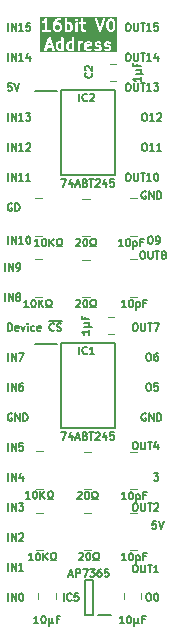
<source format=gto>
%TF.GenerationSoftware,KiCad,Pcbnew,9.0.2*%
%TF.CreationDate,2025-06-27T14:22:30+02:00*%
%TF.ProjectId,Address Buffer 16bit,41646472-6573-4732-9042-756666657220,V0*%
%TF.SameCoordinates,Original*%
%TF.FileFunction,Legend,Top*%
%TF.FilePolarity,Positive*%
%FSLAX46Y46*%
G04 Gerber Fmt 4.6, Leading zero omitted, Abs format (unit mm)*
G04 Created by KiCad (PCBNEW 9.0.2) date 2025-06-27 14:22:30*
%MOMM*%
%LPD*%
G01*
G04 APERTURE LIST*
%ADD10C,0.150000*%
%ADD11C,0.200000*%
%ADD12C,0.100000*%
%ADD13C,0.120000*%
G04 APERTURE END LIST*
D10*
X13810839Y-41814963D02*
X13508458Y-41814963D01*
X13508458Y-41814963D02*
X13478220Y-42117344D01*
X13478220Y-42117344D02*
X13508458Y-42087105D01*
X13508458Y-42087105D02*
X13568934Y-42056867D01*
X13568934Y-42056867D02*
X13720125Y-42056867D01*
X13720125Y-42056867D02*
X13780601Y-42087105D01*
X13780601Y-42087105D02*
X13810839Y-42117344D01*
X13810839Y-42117344D02*
X13841077Y-42177820D01*
X13841077Y-42177820D02*
X13841077Y-42329010D01*
X13841077Y-42329010D02*
X13810839Y-42389486D01*
X13810839Y-42389486D02*
X13780601Y-42419725D01*
X13780601Y-42419725D02*
X13720125Y-42449963D01*
X13720125Y-42449963D02*
X13568934Y-42449963D01*
X13568934Y-42449963D02*
X13508458Y-42419725D01*
X13508458Y-42419725D02*
X13478220Y-42389486D01*
X14022506Y-41814963D02*
X14234172Y-42449963D01*
X14234172Y-42449963D02*
X14445839Y-41814963D01*
X1598493Y-32701201D02*
X1538017Y-32670963D01*
X1538017Y-32670963D02*
X1447303Y-32670963D01*
X1447303Y-32670963D02*
X1356588Y-32701201D01*
X1356588Y-32701201D02*
X1296112Y-32761677D01*
X1296112Y-32761677D02*
X1265874Y-32822153D01*
X1265874Y-32822153D02*
X1235636Y-32943105D01*
X1235636Y-32943105D02*
X1235636Y-33033820D01*
X1235636Y-33033820D02*
X1265874Y-33154772D01*
X1265874Y-33154772D02*
X1296112Y-33215248D01*
X1296112Y-33215248D02*
X1356588Y-33275725D01*
X1356588Y-33275725D02*
X1447303Y-33305963D01*
X1447303Y-33305963D02*
X1507779Y-33305963D01*
X1507779Y-33305963D02*
X1598493Y-33275725D01*
X1598493Y-33275725D02*
X1628731Y-33245486D01*
X1628731Y-33245486D02*
X1628731Y-33033820D01*
X1628731Y-33033820D02*
X1507779Y-33033820D01*
X1900874Y-33305963D02*
X1900874Y-32670963D01*
X1900874Y-32670963D02*
X2263731Y-33305963D01*
X2263731Y-33305963D02*
X2263731Y-32670963D01*
X2566112Y-33305963D02*
X2566112Y-32670963D01*
X2566112Y-32670963D02*
X2717302Y-32670963D01*
X2717302Y-32670963D02*
X2808017Y-32701201D01*
X2808017Y-32701201D02*
X2868493Y-32761677D01*
X2868493Y-32761677D02*
X2898731Y-32822153D01*
X2898731Y-32822153D02*
X2928969Y-32943105D01*
X2928969Y-32943105D02*
X2928969Y-33033820D01*
X2928969Y-33033820D02*
X2898731Y-33154772D01*
X2898731Y-33154772D02*
X2868493Y-33215248D01*
X2868493Y-33215248D02*
X2808017Y-33275725D01*
X2808017Y-33275725D02*
X2717302Y-33305963D01*
X2717302Y-33305963D02*
X2566112Y-33305963D01*
X1265874Y-2825963D02*
X1265874Y-2190963D01*
X1568255Y-2825963D02*
X1568255Y-2190963D01*
X1568255Y-2190963D02*
X1931112Y-2825963D01*
X1931112Y-2825963D02*
X1931112Y-2190963D01*
X2566112Y-2825963D02*
X2203255Y-2825963D01*
X2384683Y-2825963D02*
X2384683Y-2190963D01*
X2384683Y-2190963D02*
X2324207Y-2281677D01*
X2324207Y-2281677D02*
X2263731Y-2342153D01*
X2263731Y-2342153D02*
X2203255Y-2372391D01*
X3110398Y-2402629D02*
X3110398Y-2825963D01*
X2959207Y-2160725D02*
X2808017Y-2614296D01*
X2808017Y-2614296D02*
X3201112Y-2614296D01*
X12776696Y-9810963D02*
X12897649Y-9810963D01*
X12897649Y-9810963D02*
X12958125Y-9841201D01*
X12958125Y-9841201D02*
X13018601Y-9901677D01*
X13018601Y-9901677D02*
X13048839Y-10022629D01*
X13048839Y-10022629D02*
X13048839Y-10234296D01*
X13048839Y-10234296D02*
X13018601Y-10355248D01*
X13018601Y-10355248D02*
X12958125Y-10415725D01*
X12958125Y-10415725D02*
X12897649Y-10445963D01*
X12897649Y-10445963D02*
X12776696Y-10445963D01*
X12776696Y-10445963D02*
X12716220Y-10415725D01*
X12716220Y-10415725D02*
X12655744Y-10355248D01*
X12655744Y-10355248D02*
X12625506Y-10234296D01*
X12625506Y-10234296D02*
X12625506Y-10022629D01*
X12625506Y-10022629D02*
X12655744Y-9901677D01*
X12655744Y-9901677D02*
X12716220Y-9841201D01*
X12716220Y-9841201D02*
X12776696Y-9810963D01*
X13653601Y-10445963D02*
X13290744Y-10445963D01*
X13472172Y-10445963D02*
X13472172Y-9810963D01*
X13472172Y-9810963D02*
X13411696Y-9901677D01*
X13411696Y-9901677D02*
X13351220Y-9962153D01*
X13351220Y-9962153D02*
X13290744Y-9992391D01*
X14258363Y-10445963D02*
X13895506Y-10445963D01*
X14076934Y-10445963D02*
X14076934Y-9810963D01*
X14076934Y-9810963D02*
X14016458Y-9901677D01*
X14016458Y-9901677D02*
X13955982Y-9962153D01*
X13955982Y-9962153D02*
X13895506Y-9992391D01*
X12613410Y-18954963D02*
X12734363Y-18954963D01*
X12734363Y-18954963D02*
X12794839Y-18985201D01*
X12794839Y-18985201D02*
X12855315Y-19045677D01*
X12855315Y-19045677D02*
X12885553Y-19166629D01*
X12885553Y-19166629D02*
X12885553Y-19378296D01*
X12885553Y-19378296D02*
X12855315Y-19499248D01*
X12855315Y-19499248D02*
X12794839Y-19559725D01*
X12794839Y-19559725D02*
X12734363Y-19589963D01*
X12734363Y-19589963D02*
X12613410Y-19589963D01*
X12613410Y-19589963D02*
X12552934Y-19559725D01*
X12552934Y-19559725D02*
X12492458Y-19499248D01*
X12492458Y-19499248D02*
X12462220Y-19378296D01*
X12462220Y-19378296D02*
X12462220Y-19166629D01*
X12462220Y-19166629D02*
X12492458Y-19045677D01*
X12492458Y-19045677D02*
X12552934Y-18985201D01*
X12552934Y-18985201D02*
X12613410Y-18954963D01*
X13157696Y-18954963D02*
X13157696Y-19469010D01*
X13157696Y-19469010D02*
X13187934Y-19529486D01*
X13187934Y-19529486D02*
X13218172Y-19559725D01*
X13218172Y-19559725D02*
X13278648Y-19589963D01*
X13278648Y-19589963D02*
X13399601Y-19589963D01*
X13399601Y-19589963D02*
X13460077Y-19559725D01*
X13460077Y-19559725D02*
X13490315Y-19529486D01*
X13490315Y-19529486D02*
X13520553Y-19469010D01*
X13520553Y-19469010D02*
X13520553Y-18954963D01*
X13732220Y-18954963D02*
X14095077Y-18954963D01*
X13913648Y-19589963D02*
X13913648Y-18954963D01*
X14397458Y-19227105D02*
X14336982Y-19196867D01*
X14336982Y-19196867D02*
X14306744Y-19166629D01*
X14306744Y-19166629D02*
X14276506Y-19106153D01*
X14276506Y-19106153D02*
X14276506Y-19075915D01*
X14276506Y-19075915D02*
X14306744Y-19015439D01*
X14306744Y-19015439D02*
X14336982Y-18985201D01*
X14336982Y-18985201D02*
X14397458Y-18954963D01*
X14397458Y-18954963D02*
X14518411Y-18954963D01*
X14518411Y-18954963D02*
X14578887Y-18985201D01*
X14578887Y-18985201D02*
X14609125Y-19015439D01*
X14609125Y-19015439D02*
X14639363Y-19075915D01*
X14639363Y-19075915D02*
X14639363Y-19106153D01*
X14639363Y-19106153D02*
X14609125Y-19166629D01*
X14609125Y-19166629D02*
X14578887Y-19196867D01*
X14578887Y-19196867D02*
X14518411Y-19227105D01*
X14518411Y-19227105D02*
X14397458Y-19227105D01*
X14397458Y-19227105D02*
X14336982Y-19257344D01*
X14336982Y-19257344D02*
X14306744Y-19287582D01*
X14306744Y-19287582D02*
X14276506Y-19348058D01*
X14276506Y-19348058D02*
X14276506Y-19469010D01*
X14276506Y-19469010D02*
X14306744Y-19529486D01*
X14306744Y-19529486D02*
X14336982Y-19559725D01*
X14336982Y-19559725D02*
X14397458Y-19589963D01*
X14397458Y-19589963D02*
X14518411Y-19589963D01*
X14518411Y-19589963D02*
X14578887Y-19559725D01*
X14578887Y-19559725D02*
X14609125Y-19529486D01*
X14609125Y-19529486D02*
X14639363Y-19469010D01*
X14639363Y-19469010D02*
X14639363Y-19348058D01*
X14639363Y-19348058D02*
X14609125Y-19287582D01*
X14609125Y-19287582D02*
X14578887Y-19257344D01*
X14578887Y-19257344D02*
X14518411Y-19227105D01*
X11373648Y-12350963D02*
X11494601Y-12350963D01*
X11494601Y-12350963D02*
X11555077Y-12381201D01*
X11555077Y-12381201D02*
X11615553Y-12441677D01*
X11615553Y-12441677D02*
X11645791Y-12562629D01*
X11645791Y-12562629D02*
X11645791Y-12774296D01*
X11645791Y-12774296D02*
X11615553Y-12895248D01*
X11615553Y-12895248D02*
X11555077Y-12955725D01*
X11555077Y-12955725D02*
X11494601Y-12985963D01*
X11494601Y-12985963D02*
X11373648Y-12985963D01*
X11373648Y-12985963D02*
X11313172Y-12955725D01*
X11313172Y-12955725D02*
X11252696Y-12895248D01*
X11252696Y-12895248D02*
X11222458Y-12774296D01*
X11222458Y-12774296D02*
X11222458Y-12562629D01*
X11222458Y-12562629D02*
X11252696Y-12441677D01*
X11252696Y-12441677D02*
X11313172Y-12381201D01*
X11313172Y-12381201D02*
X11373648Y-12350963D01*
X11917934Y-12350963D02*
X11917934Y-12865010D01*
X11917934Y-12865010D02*
X11948172Y-12925486D01*
X11948172Y-12925486D02*
X11978410Y-12955725D01*
X11978410Y-12955725D02*
X12038886Y-12985963D01*
X12038886Y-12985963D02*
X12159839Y-12985963D01*
X12159839Y-12985963D02*
X12220315Y-12955725D01*
X12220315Y-12955725D02*
X12250553Y-12925486D01*
X12250553Y-12925486D02*
X12280791Y-12865010D01*
X12280791Y-12865010D02*
X12280791Y-12350963D01*
X12492458Y-12350963D02*
X12855315Y-12350963D01*
X12673886Y-12985963D02*
X12673886Y-12350963D01*
X13399601Y-12985963D02*
X13036744Y-12985963D01*
X13218172Y-12985963D02*
X13218172Y-12350963D01*
X13218172Y-12350963D02*
X13157696Y-12441677D01*
X13157696Y-12441677D02*
X13097220Y-12502153D01*
X13097220Y-12502153D02*
X13036744Y-12532391D01*
X13792696Y-12350963D02*
X13853173Y-12350963D01*
X13853173Y-12350963D02*
X13913649Y-12381201D01*
X13913649Y-12381201D02*
X13943887Y-12411439D01*
X13943887Y-12411439D02*
X13974125Y-12471915D01*
X13974125Y-12471915D02*
X14004363Y-12592867D01*
X14004363Y-12592867D02*
X14004363Y-12744058D01*
X14004363Y-12744058D02*
X13974125Y-12865010D01*
X13974125Y-12865010D02*
X13943887Y-12925486D01*
X13943887Y-12925486D02*
X13913649Y-12955725D01*
X13913649Y-12955725D02*
X13853173Y-12985963D01*
X13853173Y-12985963D02*
X13792696Y-12985963D01*
X13792696Y-12985963D02*
X13732220Y-12955725D01*
X13732220Y-12955725D02*
X13701982Y-12925486D01*
X13701982Y-12925486D02*
X13671744Y-12865010D01*
X13671744Y-12865010D02*
X13641506Y-12744058D01*
X13641506Y-12744058D02*
X13641506Y-12592867D01*
X13641506Y-12592867D02*
X13671744Y-12471915D01*
X13671744Y-12471915D02*
X13701982Y-12411439D01*
X13701982Y-12411439D02*
X13732220Y-12381201D01*
X13732220Y-12381201D02*
X13792696Y-12350963D01*
X13611268Y-37750963D02*
X14004363Y-37750963D01*
X14004363Y-37750963D02*
X13792696Y-37992867D01*
X13792696Y-37992867D02*
X13883411Y-37992867D01*
X13883411Y-37992867D02*
X13943887Y-38023105D01*
X13943887Y-38023105D02*
X13974125Y-38053344D01*
X13974125Y-38053344D02*
X14004363Y-38113820D01*
X14004363Y-38113820D02*
X14004363Y-38265010D01*
X14004363Y-38265010D02*
X13974125Y-38325486D01*
X13974125Y-38325486D02*
X13943887Y-38355725D01*
X13943887Y-38355725D02*
X13883411Y-38385963D01*
X13883411Y-38385963D02*
X13701982Y-38385963D01*
X13701982Y-38385963D02*
X13641506Y-38355725D01*
X13641506Y-38355725D02*
X13611268Y-38325486D01*
X12927887Y-32701201D02*
X12867411Y-32670963D01*
X12867411Y-32670963D02*
X12776697Y-32670963D01*
X12776697Y-32670963D02*
X12685982Y-32701201D01*
X12685982Y-32701201D02*
X12625506Y-32761677D01*
X12625506Y-32761677D02*
X12595268Y-32822153D01*
X12595268Y-32822153D02*
X12565030Y-32943105D01*
X12565030Y-32943105D02*
X12565030Y-33033820D01*
X12565030Y-33033820D02*
X12595268Y-33154772D01*
X12595268Y-33154772D02*
X12625506Y-33215248D01*
X12625506Y-33215248D02*
X12685982Y-33275725D01*
X12685982Y-33275725D02*
X12776697Y-33305963D01*
X12776697Y-33305963D02*
X12837173Y-33305963D01*
X12837173Y-33305963D02*
X12927887Y-33275725D01*
X12927887Y-33275725D02*
X12958125Y-33245486D01*
X12958125Y-33245486D02*
X12958125Y-33033820D01*
X12958125Y-33033820D02*
X12837173Y-33033820D01*
X13230268Y-33305963D02*
X13230268Y-32670963D01*
X13230268Y-32670963D02*
X13593125Y-33305963D01*
X13593125Y-33305963D02*
X13593125Y-32670963D01*
X13895506Y-33305963D02*
X13895506Y-32670963D01*
X13895506Y-32670963D02*
X14046696Y-32670963D01*
X14046696Y-32670963D02*
X14137411Y-32701201D01*
X14137411Y-32701201D02*
X14197887Y-32761677D01*
X14197887Y-32761677D02*
X14228125Y-32822153D01*
X14228125Y-32822153D02*
X14258363Y-32943105D01*
X14258363Y-32943105D02*
X14258363Y-33033820D01*
X14258363Y-33033820D02*
X14228125Y-33154772D01*
X14228125Y-33154772D02*
X14197887Y-33215248D01*
X14197887Y-33215248D02*
X14137411Y-33275725D01*
X14137411Y-33275725D02*
X14046696Y-33305963D01*
X14046696Y-33305963D02*
X13895506Y-33305963D01*
X1265874Y-38385963D02*
X1265874Y-37750963D01*
X1568255Y-38385963D02*
X1568255Y-37750963D01*
X1568255Y-37750963D02*
X1931112Y-38385963D01*
X1931112Y-38385963D02*
X1931112Y-37750963D01*
X2505636Y-37962629D02*
X2505636Y-38385963D01*
X2354445Y-37720725D02*
X2203255Y-38174296D01*
X2203255Y-38174296D02*
X2596350Y-38174296D01*
X13127458Y-30130963D02*
X13248411Y-30130963D01*
X13248411Y-30130963D02*
X13308887Y-30161201D01*
X13308887Y-30161201D02*
X13369363Y-30221677D01*
X13369363Y-30221677D02*
X13399601Y-30342629D01*
X13399601Y-30342629D02*
X13399601Y-30554296D01*
X13399601Y-30554296D02*
X13369363Y-30675248D01*
X13369363Y-30675248D02*
X13308887Y-30735725D01*
X13308887Y-30735725D02*
X13248411Y-30765963D01*
X13248411Y-30765963D02*
X13127458Y-30765963D01*
X13127458Y-30765963D02*
X13066982Y-30735725D01*
X13066982Y-30735725D02*
X13006506Y-30675248D01*
X13006506Y-30675248D02*
X12976268Y-30554296D01*
X12976268Y-30554296D02*
X12976268Y-30342629D01*
X12976268Y-30342629D02*
X13006506Y-30221677D01*
X13006506Y-30221677D02*
X13066982Y-30161201D01*
X13066982Y-30161201D02*
X13127458Y-30130963D01*
X13974125Y-30130963D02*
X13671744Y-30130963D01*
X13671744Y-30130963D02*
X13641506Y-30433344D01*
X13641506Y-30433344D02*
X13671744Y-30403105D01*
X13671744Y-30403105D02*
X13732220Y-30372867D01*
X13732220Y-30372867D02*
X13883411Y-30372867D01*
X13883411Y-30372867D02*
X13943887Y-30403105D01*
X13943887Y-30403105D02*
X13974125Y-30433344D01*
X13974125Y-30433344D02*
X14004363Y-30493820D01*
X14004363Y-30493820D02*
X14004363Y-30645010D01*
X14004363Y-30645010D02*
X13974125Y-30705486D01*
X13974125Y-30705486D02*
X13943887Y-30735725D01*
X13943887Y-30735725D02*
X13883411Y-30765963D01*
X13883411Y-30765963D02*
X13732220Y-30765963D01*
X13732220Y-30765963D02*
X13671744Y-30735725D01*
X13671744Y-30735725D02*
X13641506Y-30705486D01*
X13254458Y-17684963D02*
X13375411Y-17684963D01*
X13375411Y-17684963D02*
X13435887Y-17715201D01*
X13435887Y-17715201D02*
X13496363Y-17775677D01*
X13496363Y-17775677D02*
X13526601Y-17896629D01*
X13526601Y-17896629D02*
X13526601Y-18108296D01*
X13526601Y-18108296D02*
X13496363Y-18229248D01*
X13496363Y-18229248D02*
X13435887Y-18289725D01*
X13435887Y-18289725D02*
X13375411Y-18319963D01*
X13375411Y-18319963D02*
X13254458Y-18319963D01*
X13254458Y-18319963D02*
X13193982Y-18289725D01*
X13193982Y-18289725D02*
X13133506Y-18229248D01*
X13133506Y-18229248D02*
X13103268Y-18108296D01*
X13103268Y-18108296D02*
X13103268Y-17896629D01*
X13103268Y-17896629D02*
X13133506Y-17775677D01*
X13133506Y-17775677D02*
X13193982Y-17715201D01*
X13193982Y-17715201D02*
X13254458Y-17684963D01*
X13828982Y-18319963D02*
X13949934Y-18319963D01*
X13949934Y-18319963D02*
X14010411Y-18289725D01*
X14010411Y-18289725D02*
X14040649Y-18259486D01*
X14040649Y-18259486D02*
X14101125Y-18168772D01*
X14101125Y-18168772D02*
X14131363Y-18047820D01*
X14131363Y-18047820D02*
X14131363Y-17805915D01*
X14131363Y-17805915D02*
X14101125Y-17745439D01*
X14101125Y-17745439D02*
X14070887Y-17715201D01*
X14070887Y-17715201D02*
X14010411Y-17684963D01*
X14010411Y-17684963D02*
X13889458Y-17684963D01*
X13889458Y-17684963D02*
X13828982Y-17715201D01*
X13828982Y-17715201D02*
X13798744Y-17745439D01*
X13798744Y-17745439D02*
X13768506Y-17805915D01*
X13768506Y-17805915D02*
X13768506Y-17957105D01*
X13768506Y-17957105D02*
X13798744Y-18017582D01*
X13798744Y-18017582D02*
X13828982Y-18047820D01*
X13828982Y-18047820D02*
X13889458Y-18078058D01*
X13889458Y-18078058D02*
X14010411Y-18078058D01*
X14010411Y-18078058D02*
X14070887Y-18047820D01*
X14070887Y-18047820D02*
X14101125Y-18017582D01*
X14101125Y-18017582D02*
X14131363Y-17957105D01*
X1265874Y-30765963D02*
X1265874Y-30130963D01*
X1568255Y-30765963D02*
X1568255Y-30130963D01*
X1568255Y-30130963D02*
X1931112Y-30765963D01*
X1931112Y-30765963D02*
X1931112Y-30130963D01*
X2505636Y-30130963D02*
X2384683Y-30130963D01*
X2384683Y-30130963D02*
X2324207Y-30161201D01*
X2324207Y-30161201D02*
X2293969Y-30191439D01*
X2293969Y-30191439D02*
X2233493Y-30282153D01*
X2233493Y-30282153D02*
X2203255Y-30403105D01*
X2203255Y-30403105D02*
X2203255Y-30645010D01*
X2203255Y-30645010D02*
X2233493Y-30705486D01*
X2233493Y-30705486D02*
X2263731Y-30735725D01*
X2263731Y-30735725D02*
X2324207Y-30765963D01*
X2324207Y-30765963D02*
X2445160Y-30765963D01*
X2445160Y-30765963D02*
X2505636Y-30735725D01*
X2505636Y-30735725D02*
X2535874Y-30705486D01*
X2535874Y-30705486D02*
X2566112Y-30645010D01*
X2566112Y-30645010D02*
X2566112Y-30493820D01*
X2566112Y-30493820D02*
X2535874Y-30433344D01*
X2535874Y-30433344D02*
X2505636Y-30403105D01*
X2505636Y-30403105D02*
X2445160Y-30372867D01*
X2445160Y-30372867D02*
X2324207Y-30372867D01*
X2324207Y-30372867D02*
X2263731Y-30403105D01*
X2263731Y-30403105D02*
X2233493Y-30433344D01*
X2233493Y-30433344D02*
X2203255Y-30493820D01*
X1265874Y-7905963D02*
X1265874Y-7270963D01*
X1568255Y-7905963D02*
X1568255Y-7270963D01*
X1568255Y-7270963D02*
X1931112Y-7905963D01*
X1931112Y-7905963D02*
X1931112Y-7270963D01*
X2566112Y-7905963D02*
X2203255Y-7905963D01*
X2384683Y-7905963D02*
X2384683Y-7270963D01*
X2384683Y-7270963D02*
X2324207Y-7361677D01*
X2324207Y-7361677D02*
X2263731Y-7422153D01*
X2263731Y-7422153D02*
X2203255Y-7452391D01*
X2777779Y-7270963D02*
X3170874Y-7270963D01*
X3170874Y-7270963D02*
X2959207Y-7512867D01*
X2959207Y-7512867D02*
X3049922Y-7512867D01*
X3049922Y-7512867D02*
X3110398Y-7543105D01*
X3110398Y-7543105D02*
X3140636Y-7573344D01*
X3140636Y-7573344D02*
X3170874Y-7633820D01*
X3170874Y-7633820D02*
X3170874Y-7785010D01*
X3170874Y-7785010D02*
X3140636Y-7845486D01*
X3140636Y-7845486D02*
X3110398Y-7875725D01*
X3110398Y-7875725D02*
X3049922Y-7905963D01*
X3049922Y-7905963D02*
X2868493Y-7905963D01*
X2868493Y-7905963D02*
X2808017Y-7875725D01*
X2808017Y-7875725D02*
X2777779Y-7845486D01*
X11373648Y-2190963D02*
X11494601Y-2190963D01*
X11494601Y-2190963D02*
X11555077Y-2221201D01*
X11555077Y-2221201D02*
X11615553Y-2281677D01*
X11615553Y-2281677D02*
X11645791Y-2402629D01*
X11645791Y-2402629D02*
X11645791Y-2614296D01*
X11645791Y-2614296D02*
X11615553Y-2735248D01*
X11615553Y-2735248D02*
X11555077Y-2795725D01*
X11555077Y-2795725D02*
X11494601Y-2825963D01*
X11494601Y-2825963D02*
X11373648Y-2825963D01*
X11373648Y-2825963D02*
X11313172Y-2795725D01*
X11313172Y-2795725D02*
X11252696Y-2735248D01*
X11252696Y-2735248D02*
X11222458Y-2614296D01*
X11222458Y-2614296D02*
X11222458Y-2402629D01*
X11222458Y-2402629D02*
X11252696Y-2281677D01*
X11252696Y-2281677D02*
X11313172Y-2221201D01*
X11313172Y-2221201D02*
X11373648Y-2190963D01*
X11917934Y-2190963D02*
X11917934Y-2705010D01*
X11917934Y-2705010D02*
X11948172Y-2765486D01*
X11948172Y-2765486D02*
X11978410Y-2795725D01*
X11978410Y-2795725D02*
X12038886Y-2825963D01*
X12038886Y-2825963D02*
X12159839Y-2825963D01*
X12159839Y-2825963D02*
X12220315Y-2795725D01*
X12220315Y-2795725D02*
X12250553Y-2765486D01*
X12250553Y-2765486D02*
X12280791Y-2705010D01*
X12280791Y-2705010D02*
X12280791Y-2190963D01*
X12492458Y-2190963D02*
X12855315Y-2190963D01*
X12673886Y-2825963D02*
X12673886Y-2190963D01*
X13399601Y-2825963D02*
X13036744Y-2825963D01*
X13218172Y-2825963D02*
X13218172Y-2190963D01*
X13218172Y-2190963D02*
X13157696Y-2281677D01*
X13157696Y-2281677D02*
X13097220Y-2342153D01*
X13097220Y-2342153D02*
X13036744Y-2372391D01*
X13943887Y-2402629D02*
X13943887Y-2825963D01*
X13792696Y-2160725D02*
X13641506Y-2614296D01*
X13641506Y-2614296D02*
X14034601Y-2614296D01*
X1265874Y-18319963D02*
X1265874Y-17684963D01*
X1568255Y-18319963D02*
X1568255Y-17684963D01*
X1568255Y-17684963D02*
X1931112Y-18319963D01*
X1931112Y-18319963D02*
X1931112Y-17684963D01*
X2566112Y-18319963D02*
X2203255Y-18319963D01*
X2384683Y-18319963D02*
X2384683Y-17684963D01*
X2384683Y-17684963D02*
X2324207Y-17775677D01*
X2324207Y-17775677D02*
X2263731Y-17836153D01*
X2263731Y-17836153D02*
X2203255Y-17866391D01*
X2959207Y-17684963D02*
X3019684Y-17684963D01*
X3019684Y-17684963D02*
X3080160Y-17715201D01*
X3080160Y-17715201D02*
X3110398Y-17745439D01*
X3110398Y-17745439D02*
X3140636Y-17805915D01*
X3140636Y-17805915D02*
X3170874Y-17926867D01*
X3170874Y-17926867D02*
X3170874Y-18078058D01*
X3170874Y-18078058D02*
X3140636Y-18199010D01*
X3140636Y-18199010D02*
X3110398Y-18259486D01*
X3110398Y-18259486D02*
X3080160Y-18289725D01*
X3080160Y-18289725D02*
X3019684Y-18319963D01*
X3019684Y-18319963D02*
X2959207Y-18319963D01*
X2959207Y-18319963D02*
X2898731Y-18289725D01*
X2898731Y-18289725D02*
X2868493Y-18259486D01*
X2868493Y-18259486D02*
X2838255Y-18199010D01*
X2838255Y-18199010D02*
X2808017Y-18078058D01*
X2808017Y-18078058D02*
X2808017Y-17926867D01*
X2808017Y-17926867D02*
X2838255Y-17805915D01*
X2838255Y-17805915D02*
X2868493Y-17745439D01*
X2868493Y-17745439D02*
X2898731Y-17715201D01*
X2898731Y-17715201D02*
X2959207Y-17684963D01*
X1265874Y-12985963D02*
X1265874Y-12350963D01*
X1568255Y-12985963D02*
X1568255Y-12350963D01*
X1568255Y-12350963D02*
X1931112Y-12985963D01*
X1931112Y-12985963D02*
X1931112Y-12350963D01*
X2566112Y-12985963D02*
X2203255Y-12985963D01*
X2384683Y-12985963D02*
X2384683Y-12350963D01*
X2384683Y-12350963D02*
X2324207Y-12441677D01*
X2324207Y-12441677D02*
X2263731Y-12502153D01*
X2263731Y-12502153D02*
X2203255Y-12532391D01*
X3170874Y-12985963D02*
X2808017Y-12985963D01*
X2989445Y-12985963D02*
X2989445Y-12350963D01*
X2989445Y-12350963D02*
X2928969Y-12441677D01*
X2928969Y-12441677D02*
X2868493Y-12502153D01*
X2868493Y-12502153D02*
X2808017Y-12532391D01*
X11978410Y-35083963D02*
X12099363Y-35083963D01*
X12099363Y-35083963D02*
X12159839Y-35114201D01*
X12159839Y-35114201D02*
X12220315Y-35174677D01*
X12220315Y-35174677D02*
X12250553Y-35295629D01*
X12250553Y-35295629D02*
X12250553Y-35507296D01*
X12250553Y-35507296D02*
X12220315Y-35628248D01*
X12220315Y-35628248D02*
X12159839Y-35688725D01*
X12159839Y-35688725D02*
X12099363Y-35718963D01*
X12099363Y-35718963D02*
X11978410Y-35718963D01*
X11978410Y-35718963D02*
X11917934Y-35688725D01*
X11917934Y-35688725D02*
X11857458Y-35628248D01*
X11857458Y-35628248D02*
X11827220Y-35507296D01*
X11827220Y-35507296D02*
X11827220Y-35295629D01*
X11827220Y-35295629D02*
X11857458Y-35174677D01*
X11857458Y-35174677D02*
X11917934Y-35114201D01*
X11917934Y-35114201D02*
X11978410Y-35083963D01*
X12522696Y-35083963D02*
X12522696Y-35598010D01*
X12522696Y-35598010D02*
X12552934Y-35658486D01*
X12552934Y-35658486D02*
X12583172Y-35688725D01*
X12583172Y-35688725D02*
X12643648Y-35718963D01*
X12643648Y-35718963D02*
X12764601Y-35718963D01*
X12764601Y-35718963D02*
X12825077Y-35688725D01*
X12825077Y-35688725D02*
X12855315Y-35658486D01*
X12855315Y-35658486D02*
X12885553Y-35598010D01*
X12885553Y-35598010D02*
X12885553Y-35083963D01*
X13097220Y-35083963D02*
X13460077Y-35083963D01*
X13278648Y-35718963D02*
X13278648Y-35083963D01*
X13943887Y-35295629D02*
X13943887Y-35718963D01*
X13792696Y-35053725D02*
X13641506Y-35507296D01*
X13641506Y-35507296D02*
X14034601Y-35507296D01*
X11978410Y-40290963D02*
X12099363Y-40290963D01*
X12099363Y-40290963D02*
X12159839Y-40321201D01*
X12159839Y-40321201D02*
X12220315Y-40381677D01*
X12220315Y-40381677D02*
X12250553Y-40502629D01*
X12250553Y-40502629D02*
X12250553Y-40714296D01*
X12250553Y-40714296D02*
X12220315Y-40835248D01*
X12220315Y-40835248D02*
X12159839Y-40895725D01*
X12159839Y-40895725D02*
X12099363Y-40925963D01*
X12099363Y-40925963D02*
X11978410Y-40925963D01*
X11978410Y-40925963D02*
X11917934Y-40895725D01*
X11917934Y-40895725D02*
X11857458Y-40835248D01*
X11857458Y-40835248D02*
X11827220Y-40714296D01*
X11827220Y-40714296D02*
X11827220Y-40502629D01*
X11827220Y-40502629D02*
X11857458Y-40381677D01*
X11857458Y-40381677D02*
X11917934Y-40321201D01*
X11917934Y-40321201D02*
X11978410Y-40290963D01*
X12522696Y-40290963D02*
X12522696Y-40805010D01*
X12522696Y-40805010D02*
X12552934Y-40865486D01*
X12552934Y-40865486D02*
X12583172Y-40895725D01*
X12583172Y-40895725D02*
X12643648Y-40925963D01*
X12643648Y-40925963D02*
X12764601Y-40925963D01*
X12764601Y-40925963D02*
X12825077Y-40895725D01*
X12825077Y-40895725D02*
X12855315Y-40865486D01*
X12855315Y-40865486D02*
X12885553Y-40805010D01*
X12885553Y-40805010D02*
X12885553Y-40290963D01*
X13097220Y-40290963D02*
X13460077Y-40290963D01*
X13278648Y-40925963D02*
X13278648Y-40290963D01*
X13641506Y-40351439D02*
X13671744Y-40321201D01*
X13671744Y-40321201D02*
X13732220Y-40290963D01*
X13732220Y-40290963D02*
X13883411Y-40290963D01*
X13883411Y-40290963D02*
X13943887Y-40321201D01*
X13943887Y-40321201D02*
X13974125Y-40351439D01*
X13974125Y-40351439D02*
X14004363Y-40411915D01*
X14004363Y-40411915D02*
X14004363Y-40472391D01*
X14004363Y-40472391D02*
X13974125Y-40563105D01*
X13974125Y-40563105D02*
X13611268Y-40925963D01*
X13611268Y-40925963D02*
X14004363Y-40925963D01*
X1265874Y-35845963D02*
X1265874Y-35210963D01*
X1568255Y-35845963D02*
X1568255Y-35210963D01*
X1568255Y-35210963D02*
X1931112Y-35845963D01*
X1931112Y-35845963D02*
X1931112Y-35210963D01*
X2535874Y-35210963D02*
X2233493Y-35210963D01*
X2233493Y-35210963D02*
X2203255Y-35513344D01*
X2203255Y-35513344D02*
X2233493Y-35483105D01*
X2233493Y-35483105D02*
X2293969Y-35452867D01*
X2293969Y-35452867D02*
X2445160Y-35452867D01*
X2445160Y-35452867D02*
X2505636Y-35483105D01*
X2505636Y-35483105D02*
X2535874Y-35513344D01*
X2535874Y-35513344D02*
X2566112Y-35573820D01*
X2566112Y-35573820D02*
X2566112Y-35725010D01*
X2566112Y-35725010D02*
X2535874Y-35785486D01*
X2535874Y-35785486D02*
X2505636Y-35815725D01*
X2505636Y-35815725D02*
X2445160Y-35845963D01*
X2445160Y-35845963D02*
X2293969Y-35845963D01*
X2293969Y-35845963D02*
X2233493Y-35815725D01*
X2233493Y-35815725D02*
X2203255Y-35785486D01*
X11373648Y349036D02*
X11494601Y349036D01*
X11494601Y349036D02*
X11555077Y318798D01*
X11555077Y318798D02*
X11615553Y258322D01*
X11615553Y258322D02*
X11645791Y137370D01*
X11645791Y137370D02*
X11645791Y-74296D01*
X11645791Y-74296D02*
X11615553Y-195248D01*
X11615553Y-195248D02*
X11555077Y-255725D01*
X11555077Y-255725D02*
X11494601Y-285963D01*
X11494601Y-285963D02*
X11373648Y-285963D01*
X11373648Y-285963D02*
X11313172Y-255725D01*
X11313172Y-255725D02*
X11252696Y-195248D01*
X11252696Y-195248D02*
X11222458Y-74296D01*
X11222458Y-74296D02*
X11222458Y137370D01*
X11222458Y137370D02*
X11252696Y258322D01*
X11252696Y258322D02*
X11313172Y318798D01*
X11313172Y318798D02*
X11373648Y349036D01*
X11917934Y349036D02*
X11917934Y-165010D01*
X11917934Y-165010D02*
X11948172Y-225486D01*
X11948172Y-225486D02*
X11978410Y-255725D01*
X11978410Y-255725D02*
X12038886Y-285963D01*
X12038886Y-285963D02*
X12159839Y-285963D01*
X12159839Y-285963D02*
X12220315Y-255725D01*
X12220315Y-255725D02*
X12250553Y-225486D01*
X12250553Y-225486D02*
X12280791Y-165010D01*
X12280791Y-165010D02*
X12280791Y349036D01*
X12492458Y349036D02*
X12855315Y349036D01*
X12673886Y-285963D02*
X12673886Y349036D01*
X13399601Y-285963D02*
X13036744Y-285963D01*
X13218172Y-285963D02*
X13218172Y349036D01*
X13218172Y349036D02*
X13157696Y258322D01*
X13157696Y258322D02*
X13097220Y197846D01*
X13097220Y197846D02*
X13036744Y167608D01*
X13974125Y349036D02*
X13671744Y349036D01*
X13671744Y349036D02*
X13641506Y46655D01*
X13641506Y46655D02*
X13671744Y76894D01*
X13671744Y76894D02*
X13732220Y107132D01*
X13732220Y107132D02*
X13883411Y107132D01*
X13883411Y107132D02*
X13943887Y76894D01*
X13943887Y76894D02*
X13974125Y46655D01*
X13974125Y46655D02*
X14004363Y-13820D01*
X14004363Y-13820D02*
X14004363Y-165010D01*
X14004363Y-165010D02*
X13974125Y-225486D01*
X13974125Y-225486D02*
X13943887Y-255725D01*
X13943887Y-255725D02*
X13883411Y-285963D01*
X13883411Y-285963D02*
X13732220Y-285963D01*
X13732220Y-285963D02*
X13671744Y-255725D01*
X13671744Y-255725D02*
X13641506Y-225486D01*
X1568255Y-4730963D02*
X1265874Y-4730963D01*
X1265874Y-4730963D02*
X1235636Y-5033344D01*
X1235636Y-5033344D02*
X1265874Y-5003105D01*
X1265874Y-5003105D02*
X1326350Y-4972867D01*
X1326350Y-4972867D02*
X1477541Y-4972867D01*
X1477541Y-4972867D02*
X1538017Y-5003105D01*
X1538017Y-5003105D02*
X1568255Y-5033344D01*
X1568255Y-5033344D02*
X1598493Y-5093820D01*
X1598493Y-5093820D02*
X1598493Y-5245010D01*
X1598493Y-5245010D02*
X1568255Y-5305486D01*
X1568255Y-5305486D02*
X1538017Y-5335725D01*
X1538017Y-5335725D02*
X1477541Y-5365963D01*
X1477541Y-5365963D02*
X1326350Y-5365963D01*
X1326350Y-5365963D02*
X1265874Y-5335725D01*
X1265874Y-5335725D02*
X1235636Y-5305486D01*
X1779922Y-4730963D02*
X1991588Y-5365963D01*
X1991588Y-5365963D02*
X2203255Y-4730963D01*
X11978410Y-45497963D02*
X12099363Y-45497963D01*
X12099363Y-45497963D02*
X12159839Y-45528201D01*
X12159839Y-45528201D02*
X12220315Y-45588677D01*
X12220315Y-45588677D02*
X12250553Y-45709629D01*
X12250553Y-45709629D02*
X12250553Y-45921296D01*
X12250553Y-45921296D02*
X12220315Y-46042248D01*
X12220315Y-46042248D02*
X12159839Y-46102725D01*
X12159839Y-46102725D02*
X12099363Y-46132963D01*
X12099363Y-46132963D02*
X11978410Y-46132963D01*
X11978410Y-46132963D02*
X11917934Y-46102725D01*
X11917934Y-46102725D02*
X11857458Y-46042248D01*
X11857458Y-46042248D02*
X11827220Y-45921296D01*
X11827220Y-45921296D02*
X11827220Y-45709629D01*
X11827220Y-45709629D02*
X11857458Y-45588677D01*
X11857458Y-45588677D02*
X11917934Y-45528201D01*
X11917934Y-45528201D02*
X11978410Y-45497963D01*
X12522696Y-45497963D02*
X12522696Y-46012010D01*
X12522696Y-46012010D02*
X12552934Y-46072486D01*
X12552934Y-46072486D02*
X12583172Y-46102725D01*
X12583172Y-46102725D02*
X12643648Y-46132963D01*
X12643648Y-46132963D02*
X12764601Y-46132963D01*
X12764601Y-46132963D02*
X12825077Y-46102725D01*
X12825077Y-46102725D02*
X12855315Y-46072486D01*
X12855315Y-46072486D02*
X12885553Y-46012010D01*
X12885553Y-46012010D02*
X12885553Y-45497963D01*
X13097220Y-45497963D02*
X13460077Y-45497963D01*
X13278648Y-46132963D02*
X13278648Y-45497963D01*
X14004363Y-46132963D02*
X13641506Y-46132963D01*
X13822934Y-46132963D02*
X13822934Y-45497963D01*
X13822934Y-45497963D02*
X13762458Y-45588677D01*
X13762458Y-45588677D02*
X13701982Y-45649153D01*
X13701982Y-45649153D02*
X13641506Y-45679391D01*
X1265874Y-28225963D02*
X1265874Y-27590963D01*
X1568255Y-28225963D02*
X1568255Y-27590963D01*
X1568255Y-27590963D02*
X1931112Y-28225963D01*
X1931112Y-28225963D02*
X1931112Y-27590963D01*
X2173017Y-27590963D02*
X2596350Y-27590963D01*
X2596350Y-27590963D02*
X2324207Y-28225963D01*
X1265874Y-46005963D02*
X1265874Y-45370963D01*
X1568255Y-46005963D02*
X1568255Y-45370963D01*
X1568255Y-45370963D02*
X1931112Y-46005963D01*
X1931112Y-46005963D02*
X1931112Y-45370963D01*
X2566112Y-46005963D02*
X2203255Y-46005963D01*
X2384683Y-46005963D02*
X2384683Y-45370963D01*
X2384683Y-45370963D02*
X2324207Y-45461677D01*
X2324207Y-45461677D02*
X2263731Y-45522153D01*
X2263731Y-45522153D02*
X2203255Y-45552391D01*
X1011874Y-23145963D02*
X1011874Y-22510963D01*
X1314255Y-23145963D02*
X1314255Y-22510963D01*
X1314255Y-22510963D02*
X1677112Y-23145963D01*
X1677112Y-23145963D02*
X1677112Y-22510963D01*
X2070207Y-22783105D02*
X2009731Y-22752867D01*
X2009731Y-22752867D02*
X1979493Y-22722629D01*
X1979493Y-22722629D02*
X1949255Y-22662153D01*
X1949255Y-22662153D02*
X1949255Y-22631915D01*
X1949255Y-22631915D02*
X1979493Y-22571439D01*
X1979493Y-22571439D02*
X2009731Y-22541201D01*
X2009731Y-22541201D02*
X2070207Y-22510963D01*
X2070207Y-22510963D02*
X2191160Y-22510963D01*
X2191160Y-22510963D02*
X2251636Y-22541201D01*
X2251636Y-22541201D02*
X2281874Y-22571439D01*
X2281874Y-22571439D02*
X2312112Y-22631915D01*
X2312112Y-22631915D02*
X2312112Y-22662153D01*
X2312112Y-22662153D02*
X2281874Y-22722629D01*
X2281874Y-22722629D02*
X2251636Y-22752867D01*
X2251636Y-22752867D02*
X2191160Y-22783105D01*
X2191160Y-22783105D02*
X2070207Y-22783105D01*
X2070207Y-22783105D02*
X2009731Y-22813344D01*
X2009731Y-22813344D02*
X1979493Y-22843582D01*
X1979493Y-22843582D02*
X1949255Y-22904058D01*
X1949255Y-22904058D02*
X1949255Y-23025010D01*
X1949255Y-23025010D02*
X1979493Y-23085486D01*
X1979493Y-23085486D02*
X2009731Y-23115725D01*
X2009731Y-23115725D02*
X2070207Y-23145963D01*
X2070207Y-23145963D02*
X2191160Y-23145963D01*
X2191160Y-23145963D02*
X2251636Y-23115725D01*
X2251636Y-23115725D02*
X2281874Y-23085486D01*
X2281874Y-23085486D02*
X2312112Y-23025010D01*
X2312112Y-23025010D02*
X2312112Y-22904058D01*
X2312112Y-22904058D02*
X2281874Y-22843582D01*
X2281874Y-22843582D02*
X2251636Y-22813344D01*
X2251636Y-22813344D02*
X2191160Y-22783105D01*
X11373648Y-4730963D02*
X11494601Y-4730963D01*
X11494601Y-4730963D02*
X11555077Y-4761201D01*
X11555077Y-4761201D02*
X11615553Y-4821677D01*
X11615553Y-4821677D02*
X11645791Y-4942629D01*
X11645791Y-4942629D02*
X11645791Y-5154296D01*
X11645791Y-5154296D02*
X11615553Y-5275248D01*
X11615553Y-5275248D02*
X11555077Y-5335725D01*
X11555077Y-5335725D02*
X11494601Y-5365963D01*
X11494601Y-5365963D02*
X11373648Y-5365963D01*
X11373648Y-5365963D02*
X11313172Y-5335725D01*
X11313172Y-5335725D02*
X11252696Y-5275248D01*
X11252696Y-5275248D02*
X11222458Y-5154296D01*
X11222458Y-5154296D02*
X11222458Y-4942629D01*
X11222458Y-4942629D02*
X11252696Y-4821677D01*
X11252696Y-4821677D02*
X11313172Y-4761201D01*
X11313172Y-4761201D02*
X11373648Y-4730963D01*
X11917934Y-4730963D02*
X11917934Y-5245010D01*
X11917934Y-5245010D02*
X11948172Y-5305486D01*
X11948172Y-5305486D02*
X11978410Y-5335725D01*
X11978410Y-5335725D02*
X12038886Y-5365963D01*
X12038886Y-5365963D02*
X12159839Y-5365963D01*
X12159839Y-5365963D02*
X12220315Y-5335725D01*
X12220315Y-5335725D02*
X12250553Y-5305486D01*
X12250553Y-5305486D02*
X12280791Y-5245010D01*
X12280791Y-5245010D02*
X12280791Y-4730963D01*
X12492458Y-4730963D02*
X12855315Y-4730963D01*
X12673886Y-5365963D02*
X12673886Y-4730963D01*
X13399601Y-5365963D02*
X13036744Y-5365963D01*
X13218172Y-5365963D02*
X13218172Y-4730963D01*
X13218172Y-4730963D02*
X13157696Y-4821677D01*
X13157696Y-4821677D02*
X13097220Y-4882153D01*
X13097220Y-4882153D02*
X13036744Y-4912391D01*
X13611268Y-4730963D02*
X14004363Y-4730963D01*
X14004363Y-4730963D02*
X13792696Y-4972867D01*
X13792696Y-4972867D02*
X13883411Y-4972867D01*
X13883411Y-4972867D02*
X13943887Y-5003105D01*
X13943887Y-5003105D02*
X13974125Y-5033344D01*
X13974125Y-5033344D02*
X14004363Y-5093820D01*
X14004363Y-5093820D02*
X14004363Y-5245010D01*
X14004363Y-5245010D02*
X13974125Y-5305486D01*
X13974125Y-5305486D02*
X13943887Y-5335725D01*
X13943887Y-5335725D02*
X13883411Y-5365963D01*
X13883411Y-5365963D02*
X13701982Y-5365963D01*
X13701982Y-5365963D02*
X13641506Y-5335725D01*
X13641506Y-5335725D02*
X13611268Y-5305486D01*
X12776696Y-7270963D02*
X12897649Y-7270963D01*
X12897649Y-7270963D02*
X12958125Y-7301201D01*
X12958125Y-7301201D02*
X13018601Y-7361677D01*
X13018601Y-7361677D02*
X13048839Y-7482629D01*
X13048839Y-7482629D02*
X13048839Y-7694296D01*
X13048839Y-7694296D02*
X13018601Y-7815248D01*
X13018601Y-7815248D02*
X12958125Y-7875725D01*
X12958125Y-7875725D02*
X12897649Y-7905963D01*
X12897649Y-7905963D02*
X12776696Y-7905963D01*
X12776696Y-7905963D02*
X12716220Y-7875725D01*
X12716220Y-7875725D02*
X12655744Y-7815248D01*
X12655744Y-7815248D02*
X12625506Y-7694296D01*
X12625506Y-7694296D02*
X12625506Y-7482629D01*
X12625506Y-7482629D02*
X12655744Y-7361677D01*
X12655744Y-7361677D02*
X12716220Y-7301201D01*
X12716220Y-7301201D02*
X12776696Y-7270963D01*
X13653601Y-7905963D02*
X13290744Y-7905963D01*
X13472172Y-7905963D02*
X13472172Y-7270963D01*
X13472172Y-7270963D02*
X13411696Y-7361677D01*
X13411696Y-7361677D02*
X13351220Y-7422153D01*
X13351220Y-7422153D02*
X13290744Y-7452391D01*
X13895506Y-7331439D02*
X13925744Y-7301201D01*
X13925744Y-7301201D02*
X13986220Y-7270963D01*
X13986220Y-7270963D02*
X14137411Y-7270963D01*
X14137411Y-7270963D02*
X14197887Y-7301201D01*
X14197887Y-7301201D02*
X14228125Y-7331439D01*
X14228125Y-7331439D02*
X14258363Y-7391915D01*
X14258363Y-7391915D02*
X14258363Y-7452391D01*
X14258363Y-7452391D02*
X14228125Y-7543105D01*
X14228125Y-7543105D02*
X13865268Y-7905963D01*
X13865268Y-7905963D02*
X14258363Y-7905963D01*
X1598493Y-14921201D02*
X1538017Y-14890963D01*
X1538017Y-14890963D02*
X1447303Y-14890963D01*
X1447303Y-14890963D02*
X1356588Y-14921201D01*
X1356588Y-14921201D02*
X1296112Y-14981677D01*
X1296112Y-14981677D02*
X1265874Y-15042153D01*
X1265874Y-15042153D02*
X1235636Y-15163105D01*
X1235636Y-15163105D02*
X1235636Y-15253820D01*
X1235636Y-15253820D02*
X1265874Y-15374772D01*
X1265874Y-15374772D02*
X1296112Y-15435248D01*
X1296112Y-15435248D02*
X1356588Y-15495725D01*
X1356588Y-15495725D02*
X1447303Y-15525963D01*
X1447303Y-15525963D02*
X1507779Y-15525963D01*
X1507779Y-15525963D02*
X1598493Y-15495725D01*
X1598493Y-15495725D02*
X1628731Y-15465486D01*
X1628731Y-15465486D02*
X1628731Y-15253820D01*
X1628731Y-15253820D02*
X1507779Y-15253820D01*
X1900874Y-15525963D02*
X1900874Y-14890963D01*
X1900874Y-14890963D02*
X2052064Y-14890963D01*
X2052064Y-14890963D02*
X2142779Y-14921201D01*
X2142779Y-14921201D02*
X2203255Y-14981677D01*
X2203255Y-14981677D02*
X2233493Y-15042153D01*
X2233493Y-15042153D02*
X2263731Y-15163105D01*
X2263731Y-15163105D02*
X2263731Y-15253820D01*
X2263731Y-15253820D02*
X2233493Y-15374772D01*
X2233493Y-15374772D02*
X2203255Y-15435248D01*
X2203255Y-15435248D02*
X2142779Y-15495725D01*
X2142779Y-15495725D02*
X2052064Y-15525963D01*
X2052064Y-15525963D02*
X1900874Y-15525963D01*
X1265874Y-10445963D02*
X1265874Y-9810963D01*
X1568255Y-10445963D02*
X1568255Y-9810963D01*
X1568255Y-9810963D02*
X1931112Y-10445963D01*
X1931112Y-10445963D02*
X1931112Y-9810963D01*
X2566112Y-10445963D02*
X2203255Y-10445963D01*
X2384683Y-10445963D02*
X2384683Y-9810963D01*
X2384683Y-9810963D02*
X2324207Y-9901677D01*
X2324207Y-9901677D02*
X2263731Y-9962153D01*
X2263731Y-9962153D02*
X2203255Y-9992391D01*
X2808017Y-9871439D02*
X2838255Y-9841201D01*
X2838255Y-9841201D02*
X2898731Y-9810963D01*
X2898731Y-9810963D02*
X3049922Y-9810963D01*
X3049922Y-9810963D02*
X3110398Y-9841201D01*
X3110398Y-9841201D02*
X3140636Y-9871439D01*
X3140636Y-9871439D02*
X3170874Y-9931915D01*
X3170874Y-9931915D02*
X3170874Y-9992391D01*
X3170874Y-9992391D02*
X3140636Y-10083105D01*
X3140636Y-10083105D02*
X2777779Y-10445963D01*
X2777779Y-10445963D02*
X3170874Y-10445963D01*
X1265874Y-48545963D02*
X1265874Y-47910963D01*
X1568255Y-48545963D02*
X1568255Y-47910963D01*
X1568255Y-47910963D02*
X1931112Y-48545963D01*
X1931112Y-48545963D02*
X1931112Y-47910963D01*
X2354445Y-47910963D02*
X2414922Y-47910963D01*
X2414922Y-47910963D02*
X2475398Y-47941201D01*
X2475398Y-47941201D02*
X2505636Y-47971439D01*
X2505636Y-47971439D02*
X2535874Y-48031915D01*
X2535874Y-48031915D02*
X2566112Y-48152867D01*
X2566112Y-48152867D02*
X2566112Y-48304058D01*
X2566112Y-48304058D02*
X2535874Y-48425010D01*
X2535874Y-48425010D02*
X2505636Y-48485486D01*
X2505636Y-48485486D02*
X2475398Y-48515725D01*
X2475398Y-48515725D02*
X2414922Y-48545963D01*
X2414922Y-48545963D02*
X2354445Y-48545963D01*
X2354445Y-48545963D02*
X2293969Y-48515725D01*
X2293969Y-48515725D02*
X2263731Y-48485486D01*
X2263731Y-48485486D02*
X2233493Y-48425010D01*
X2233493Y-48425010D02*
X2203255Y-48304058D01*
X2203255Y-48304058D02*
X2203255Y-48152867D01*
X2203255Y-48152867D02*
X2233493Y-48031915D01*
X2233493Y-48031915D02*
X2263731Y-47971439D01*
X2263731Y-47971439D02*
X2293969Y-47941201D01*
X2293969Y-47941201D02*
X2354445Y-47910963D01*
X1265874Y-43465963D02*
X1265874Y-42830963D01*
X1568255Y-43465963D02*
X1568255Y-42830963D01*
X1568255Y-42830963D02*
X1931112Y-43465963D01*
X1931112Y-43465963D02*
X1931112Y-42830963D01*
X2203255Y-42891439D02*
X2233493Y-42861201D01*
X2233493Y-42861201D02*
X2293969Y-42830963D01*
X2293969Y-42830963D02*
X2445160Y-42830963D01*
X2445160Y-42830963D02*
X2505636Y-42861201D01*
X2505636Y-42861201D02*
X2535874Y-42891439D01*
X2535874Y-42891439D02*
X2566112Y-42951915D01*
X2566112Y-42951915D02*
X2566112Y-43012391D01*
X2566112Y-43012391D02*
X2535874Y-43103105D01*
X2535874Y-43103105D02*
X2173017Y-43465963D01*
X2173017Y-43465963D02*
X2566112Y-43465963D01*
D11*
G36*
X5781856Y-1341974D02*
G01*
X5781856Y-1789796D01*
X5763011Y-1799219D01*
X5619749Y-1799219D01*
X5560139Y-1769414D01*
X5535472Y-1744746D01*
X5505666Y-1685134D01*
X5505666Y-1446635D01*
X5535471Y-1387025D01*
X5560139Y-1362356D01*
X5619749Y-1332552D01*
X5763011Y-1332552D01*
X5781856Y-1341974D01*
G37*
G36*
X6686618Y-1341974D02*
G01*
X6686618Y-1789796D01*
X6667773Y-1799219D01*
X6524511Y-1799219D01*
X6464901Y-1769414D01*
X6440234Y-1744746D01*
X6410428Y-1685134D01*
X6410428Y-1446635D01*
X6440233Y-1387025D01*
X6464901Y-1362356D01*
X6524511Y-1332552D01*
X6667773Y-1332552D01*
X6686618Y-1341974D01*
G37*
G36*
X8188273Y-1354707D02*
G01*
X8205723Y-1389607D01*
X7934238Y-1443904D01*
X7934238Y-1399016D01*
X7956393Y-1354706D01*
X8000702Y-1332552D01*
X8143964Y-1332552D01*
X8188273Y-1354707D01*
G37*
G36*
X4885971Y-1513504D02*
G01*
X4687266Y-1513504D01*
X4786618Y-1215446D01*
X4885971Y-1513504D01*
G37*
G36*
X5584525Y199966D02*
G01*
X5609194Y175298D01*
X5638999Y115689D01*
X5638999Y-75191D01*
X5609194Y-134799D01*
X5584525Y-159469D01*
X5524916Y-189275D01*
X5381654Y-189275D01*
X5322044Y-159470D01*
X5297377Y-134802D01*
X5267571Y-75190D01*
X5267571Y115688D01*
X5297376Y175298D01*
X5322044Y199967D01*
X5381654Y229772D01*
X5524916Y229772D01*
X5584525Y199966D01*
G37*
G36*
X6489287Y247585D02*
G01*
X6513956Y222917D01*
X6543761Y163308D01*
X6543761Y-75191D01*
X6513956Y-134799D01*
X6489287Y-159469D01*
X6429678Y-189275D01*
X6286416Y-189275D01*
X6267571Y-179852D01*
X6267571Y267968D01*
X6286416Y277391D01*
X6429678Y277391D01*
X6489287Y247585D01*
G37*
G36*
X10060716Y580918D02*
G01*
X10085385Y556250D01*
X10120838Y485343D01*
X10162809Y317462D01*
X10162809Y103986D01*
X10120838Y-63893D01*
X10085385Y-134799D01*
X10060716Y-159469D01*
X10001107Y-189275D01*
X9953083Y-189275D01*
X9893473Y-159470D01*
X9868806Y-134802D01*
X9833351Y-63893D01*
X9791381Y103987D01*
X9791381Y317462D01*
X9833351Y485343D01*
X9868805Y556250D01*
X9893473Y580919D01*
X9953083Y610724D01*
X10001107Y610724D01*
X10060716Y580918D01*
G37*
G36*
X10473920Y-2110330D02*
G01*
X4004864Y-2110330D01*
X4004864Y-1886712D01*
X4354070Y-1886712D01*
X4356836Y-1925632D01*
X4374286Y-1960531D01*
X4403762Y-1986096D01*
X4440778Y-1998434D01*
X4479698Y-1995668D01*
X4514597Y-1978218D01*
X4540162Y-1948742D01*
X4548153Y-1930842D01*
X4620599Y-1713504D01*
X4952637Y-1713504D01*
X5025083Y-1930841D01*
X5033074Y-1948742D01*
X5058639Y-1978218D01*
X5093538Y-1995667D01*
X5132458Y-1998434D01*
X5169474Y-1986095D01*
X5198950Y-1960530D01*
X5216400Y-1925631D01*
X5219166Y-1886711D01*
X5214819Y-1867596D01*
X5066630Y-1423028D01*
X5305666Y-1423028D01*
X5305666Y-1708742D01*
X5307587Y-1728251D01*
X5308962Y-1731571D01*
X5309217Y-1735155D01*
X5316223Y-1753463D01*
X5363842Y-1848701D01*
X5369125Y-1857093D01*
X5370137Y-1859537D01*
X5372393Y-1862286D01*
X5374285Y-1865291D01*
X5376279Y-1867020D01*
X5382574Y-1874690D01*
X5430192Y-1922310D01*
X5437860Y-1928603D01*
X5439592Y-1930600D01*
X5442600Y-1932493D01*
X5445346Y-1934747D01*
X5447786Y-1935757D01*
X5456183Y-1941043D01*
X5551420Y-1988662D01*
X5569729Y-1995668D01*
X5573312Y-1995922D01*
X5576633Y-1997298D01*
X5596142Y-1999219D01*
X5786618Y-1999219D01*
X5806127Y-1997298D01*
X5809447Y-1995922D01*
X5813031Y-1995668D01*
X5831339Y-1988662D01*
X5835942Y-1986360D01*
X5862347Y-1997298D01*
X5901365Y-1997298D01*
X5937413Y-1982366D01*
X5965003Y-1954776D01*
X5979935Y-1918728D01*
X5981856Y-1899219D01*
X5981856Y-1423028D01*
X6210428Y-1423028D01*
X6210428Y-1708742D01*
X6212349Y-1728251D01*
X6213724Y-1731571D01*
X6213979Y-1735155D01*
X6220985Y-1753463D01*
X6268604Y-1848701D01*
X6273887Y-1857093D01*
X6274899Y-1859537D01*
X6277155Y-1862286D01*
X6279047Y-1865291D01*
X6281041Y-1867020D01*
X6287336Y-1874690D01*
X6334954Y-1922310D01*
X6342622Y-1928603D01*
X6344354Y-1930600D01*
X6347362Y-1932493D01*
X6350108Y-1934747D01*
X6352548Y-1935757D01*
X6360945Y-1941043D01*
X6456182Y-1988662D01*
X6474491Y-1995668D01*
X6478074Y-1995922D01*
X6481395Y-1997298D01*
X6500904Y-1999219D01*
X6691380Y-1999219D01*
X6710889Y-1997298D01*
X6714209Y-1995922D01*
X6717793Y-1995668D01*
X6736101Y-1988662D01*
X6740704Y-1986360D01*
X6767109Y-1997298D01*
X6806127Y-1997298D01*
X6842175Y-1982366D01*
X6869765Y-1954776D01*
X6884697Y-1918728D01*
X6886618Y-1899219D01*
X6886618Y-1232552D01*
X7162809Y-1232552D01*
X7162809Y-1899219D01*
X7164730Y-1918728D01*
X7179662Y-1954776D01*
X7207252Y-1982366D01*
X7243300Y-1997298D01*
X7282318Y-1997298D01*
X7318366Y-1982366D01*
X7345956Y-1954776D01*
X7360888Y-1918728D01*
X7362809Y-1899219D01*
X7362809Y-1446635D01*
X7392614Y-1387025D01*
X7404230Y-1375409D01*
X7734238Y-1375409D01*
X7734238Y-1756361D01*
X7736159Y-1775870D01*
X7737534Y-1779190D01*
X7737789Y-1782773D01*
X7744795Y-1801082D01*
X7792414Y-1896321D01*
X7794467Y-1899584D01*
X7794981Y-1901123D01*
X7796643Y-1903039D01*
X7802857Y-1912911D01*
X7812328Y-1921125D01*
X7820545Y-1930600D01*
X7830415Y-1936812D01*
X7832333Y-1938476D01*
X7833873Y-1938989D01*
X7837136Y-1941043D01*
X7932373Y-1988662D01*
X7950682Y-1995668D01*
X7954265Y-1995922D01*
X7957586Y-1997298D01*
X7977095Y-1999219D01*
X8167571Y-1999219D01*
X8187080Y-1997298D01*
X8190400Y-1995922D01*
X8193984Y-1995668D01*
X8212292Y-1988662D01*
X8307530Y-1941043D01*
X8324120Y-1930600D01*
X8349685Y-1901123D01*
X8362023Y-1864107D01*
X8359258Y-1825187D01*
X8341809Y-1790289D01*
X8312332Y-1764724D01*
X8275316Y-1752385D01*
X8236396Y-1755151D01*
X8218087Y-1762157D01*
X8143964Y-1799219D01*
X8000702Y-1799219D01*
X7956392Y-1777064D01*
X7934238Y-1732754D01*
X7934238Y-1647865D01*
X8329934Y-1568726D01*
X8329937Y-1568726D01*
X8329939Y-1568724D01*
X8330039Y-1568705D01*
X8348793Y-1562995D01*
X8356933Y-1557543D01*
X8365985Y-1553794D01*
X8372986Y-1546792D01*
X8381212Y-1541284D01*
X8386646Y-1533132D01*
X8393575Y-1526204D01*
X8397365Y-1517055D01*
X8402856Y-1508819D01*
X8404757Y-1499208D01*
X8408507Y-1490156D01*
X8410428Y-1470647D01*
X8410428Y-1375409D01*
X8591381Y-1375409D01*
X8591381Y-1423028D01*
X8593302Y-1442537D01*
X8594677Y-1445857D01*
X8594932Y-1449441D01*
X8601938Y-1467749D01*
X8649557Y-1562987D01*
X8651610Y-1566250D01*
X8652124Y-1567789D01*
X8653786Y-1569705D01*
X8660000Y-1579577D01*
X8669470Y-1587790D01*
X8677688Y-1597266D01*
X8687561Y-1603480D01*
X8689477Y-1605142D01*
X8691015Y-1605654D01*
X8694279Y-1607709D01*
X8789516Y-1655328D01*
X8807825Y-1662334D01*
X8811408Y-1662588D01*
X8814729Y-1663964D01*
X8834238Y-1665885D01*
X8953488Y-1665885D01*
X8997797Y-1688040D01*
X9019952Y-1732349D01*
X9019952Y-1732754D01*
X8997797Y-1777063D01*
X8953488Y-1799219D01*
X8810226Y-1799219D01*
X8736102Y-1762157D01*
X8717794Y-1755151D01*
X8678874Y-1752385D01*
X8641858Y-1764724D01*
X8612381Y-1790288D01*
X8594932Y-1825187D01*
X8592166Y-1864107D01*
X8604505Y-1901123D01*
X8630069Y-1930600D01*
X8646660Y-1941043D01*
X8741897Y-1988662D01*
X8760206Y-1995668D01*
X8763789Y-1995922D01*
X8767110Y-1997298D01*
X8786619Y-1999219D01*
X8977095Y-1999219D01*
X8996604Y-1997298D01*
X8999924Y-1995922D01*
X9003508Y-1995668D01*
X9021816Y-1988662D01*
X9117054Y-1941043D01*
X9120316Y-1938989D01*
X9121856Y-1938476D01*
X9123772Y-1936813D01*
X9133644Y-1930600D01*
X9141859Y-1921126D01*
X9151333Y-1912911D01*
X9157546Y-1903039D01*
X9159209Y-1901123D01*
X9159721Y-1899584D01*
X9161776Y-1896321D01*
X9209395Y-1801082D01*
X9216401Y-1782774D01*
X9216655Y-1779190D01*
X9218031Y-1775870D01*
X9219952Y-1756361D01*
X9219952Y-1708742D01*
X9218031Y-1689233D01*
X9216655Y-1685912D01*
X9216401Y-1682329D01*
X9209395Y-1664020D01*
X9161776Y-1568783D01*
X9159721Y-1565519D01*
X9159209Y-1563981D01*
X9157547Y-1562065D01*
X9151333Y-1552192D01*
X9141857Y-1543974D01*
X9133644Y-1534504D01*
X9123772Y-1528290D01*
X9121856Y-1526628D01*
X9120317Y-1526114D01*
X9117054Y-1524061D01*
X9021816Y-1476442D01*
X9003508Y-1469436D01*
X8999924Y-1469181D01*
X8996604Y-1467806D01*
X8977095Y-1465885D01*
X8857845Y-1465885D01*
X8813536Y-1443730D01*
X8791381Y-1399420D01*
X8791381Y-1399016D01*
X8813536Y-1354706D01*
X8857845Y-1332552D01*
X8953488Y-1332552D01*
X9027611Y-1369614D01*
X9045920Y-1376620D01*
X9084840Y-1379386D01*
X9096771Y-1375409D01*
X9400905Y-1375409D01*
X9400905Y-1423028D01*
X9402826Y-1442537D01*
X9404201Y-1445857D01*
X9404456Y-1449441D01*
X9411462Y-1467749D01*
X9459081Y-1562987D01*
X9461134Y-1566250D01*
X9461648Y-1567789D01*
X9463310Y-1569705D01*
X9469524Y-1579577D01*
X9478994Y-1587790D01*
X9487212Y-1597266D01*
X9497085Y-1603480D01*
X9499001Y-1605142D01*
X9500539Y-1605654D01*
X9503803Y-1607709D01*
X9599040Y-1655328D01*
X9617349Y-1662334D01*
X9620932Y-1662588D01*
X9624253Y-1663964D01*
X9643762Y-1665885D01*
X9763012Y-1665885D01*
X9807321Y-1688040D01*
X9829476Y-1732349D01*
X9829476Y-1732754D01*
X9807321Y-1777063D01*
X9763012Y-1799219D01*
X9619750Y-1799219D01*
X9545626Y-1762157D01*
X9527318Y-1755151D01*
X9488398Y-1752385D01*
X9451382Y-1764724D01*
X9421905Y-1790288D01*
X9404456Y-1825187D01*
X9401690Y-1864107D01*
X9414029Y-1901123D01*
X9439593Y-1930600D01*
X9456184Y-1941043D01*
X9551421Y-1988662D01*
X9569730Y-1995668D01*
X9573313Y-1995922D01*
X9576634Y-1997298D01*
X9596143Y-1999219D01*
X9786619Y-1999219D01*
X9806128Y-1997298D01*
X9809448Y-1995922D01*
X9813032Y-1995668D01*
X9831340Y-1988662D01*
X9926578Y-1941043D01*
X9929840Y-1938989D01*
X9931380Y-1938476D01*
X9933296Y-1936813D01*
X9943168Y-1930600D01*
X9951383Y-1921126D01*
X9960857Y-1912911D01*
X9967070Y-1903039D01*
X9968733Y-1901123D01*
X9969245Y-1899584D01*
X9971300Y-1896321D01*
X10018919Y-1801082D01*
X10025925Y-1782774D01*
X10026179Y-1779190D01*
X10027555Y-1775870D01*
X10029476Y-1756361D01*
X10029476Y-1708742D01*
X10027555Y-1689233D01*
X10026179Y-1685912D01*
X10025925Y-1682329D01*
X10018919Y-1664020D01*
X9971300Y-1568783D01*
X9969245Y-1565519D01*
X9968733Y-1563981D01*
X9967071Y-1562065D01*
X9960857Y-1552192D01*
X9951381Y-1543974D01*
X9943168Y-1534504D01*
X9933296Y-1528290D01*
X9931380Y-1526628D01*
X9929841Y-1526114D01*
X9926578Y-1524061D01*
X9831340Y-1476442D01*
X9813032Y-1469436D01*
X9809448Y-1469181D01*
X9806128Y-1467806D01*
X9786619Y-1465885D01*
X9667369Y-1465885D01*
X9623060Y-1443730D01*
X9600905Y-1399420D01*
X9600905Y-1399016D01*
X9623060Y-1354706D01*
X9667369Y-1332552D01*
X9763012Y-1332552D01*
X9837135Y-1369614D01*
X9855444Y-1376620D01*
X9894364Y-1379386D01*
X9931380Y-1367047D01*
X9960857Y-1341482D01*
X9978306Y-1306584D01*
X9981071Y-1267664D01*
X9968733Y-1230648D01*
X9943168Y-1201171D01*
X9926578Y-1190728D01*
X9831340Y-1143109D01*
X9813032Y-1136103D01*
X9809448Y-1135848D01*
X9806128Y-1134473D01*
X9786619Y-1132552D01*
X9643762Y-1132552D01*
X9624253Y-1134473D01*
X9620932Y-1135848D01*
X9617349Y-1136103D01*
X9599040Y-1143109D01*
X9503803Y-1190728D01*
X9500539Y-1192782D01*
X9499001Y-1193295D01*
X9497085Y-1194956D01*
X9487212Y-1201171D01*
X9478994Y-1210646D01*
X9469524Y-1218860D01*
X9463310Y-1228731D01*
X9461648Y-1230648D01*
X9461134Y-1232186D01*
X9459081Y-1235450D01*
X9411462Y-1330688D01*
X9404456Y-1348996D01*
X9404201Y-1352579D01*
X9402826Y-1355900D01*
X9400905Y-1375409D01*
X9096771Y-1375409D01*
X9121856Y-1367047D01*
X9151333Y-1341482D01*
X9168782Y-1306584D01*
X9171547Y-1267664D01*
X9159209Y-1230648D01*
X9133644Y-1201171D01*
X9117054Y-1190728D01*
X9021816Y-1143109D01*
X9003508Y-1136103D01*
X8999924Y-1135848D01*
X8996604Y-1134473D01*
X8977095Y-1132552D01*
X8834238Y-1132552D01*
X8814729Y-1134473D01*
X8811408Y-1135848D01*
X8807825Y-1136103D01*
X8789516Y-1143109D01*
X8694279Y-1190728D01*
X8691015Y-1192782D01*
X8689477Y-1193295D01*
X8687561Y-1194956D01*
X8677688Y-1201171D01*
X8669470Y-1210646D01*
X8660000Y-1218860D01*
X8653786Y-1228731D01*
X8652124Y-1230648D01*
X8651610Y-1232186D01*
X8649557Y-1235450D01*
X8601938Y-1330688D01*
X8594932Y-1348996D01*
X8594677Y-1352579D01*
X8593302Y-1355900D01*
X8591381Y-1375409D01*
X8410428Y-1375409D01*
X8408507Y-1355900D01*
X8407131Y-1352579D01*
X8406877Y-1348996D01*
X8399871Y-1330687D01*
X8352252Y-1235450D01*
X8350197Y-1232186D01*
X8349685Y-1230648D01*
X8348023Y-1228732D01*
X8341809Y-1218859D01*
X8332333Y-1210641D01*
X8324120Y-1201171D01*
X8314248Y-1194957D01*
X8312332Y-1193295D01*
X8310793Y-1192781D01*
X8307530Y-1190728D01*
X8212292Y-1143109D01*
X8193984Y-1136103D01*
X8190400Y-1135848D01*
X8187080Y-1134473D01*
X8167571Y-1132552D01*
X7977095Y-1132552D01*
X7957586Y-1134473D01*
X7954265Y-1135848D01*
X7950682Y-1136103D01*
X7932373Y-1143109D01*
X7837136Y-1190728D01*
X7833872Y-1192782D01*
X7832334Y-1193295D01*
X7830418Y-1194956D01*
X7820545Y-1201171D01*
X7812327Y-1210646D01*
X7802857Y-1218860D01*
X7796643Y-1228731D01*
X7794981Y-1230648D01*
X7794467Y-1232186D01*
X7792414Y-1235450D01*
X7744795Y-1330688D01*
X7737789Y-1348996D01*
X7737534Y-1352579D01*
X7736159Y-1355900D01*
X7734238Y-1375409D01*
X7404230Y-1375409D01*
X7417282Y-1362356D01*
X7476892Y-1332552D01*
X7548523Y-1332552D01*
X7568032Y-1330631D01*
X7604080Y-1315699D01*
X7631670Y-1288109D01*
X7646602Y-1252061D01*
X7646602Y-1213043D01*
X7631670Y-1176995D01*
X7604080Y-1149405D01*
X7568032Y-1134473D01*
X7548523Y-1132552D01*
X7453285Y-1132552D01*
X7433776Y-1134473D01*
X7430455Y-1135848D01*
X7426872Y-1136103D01*
X7408563Y-1143109D01*
X7344234Y-1175273D01*
X7318366Y-1149405D01*
X7282318Y-1134473D01*
X7243300Y-1134473D01*
X7207252Y-1149405D01*
X7179662Y-1176995D01*
X7164730Y-1213043D01*
X7162809Y-1232552D01*
X6886618Y-1232552D01*
X6886618Y-899219D01*
X6884697Y-879710D01*
X6869765Y-843662D01*
X6842175Y-816072D01*
X6806127Y-801140D01*
X6767109Y-801140D01*
X6731061Y-816072D01*
X6703471Y-843662D01*
X6688539Y-879710D01*
X6686618Y-899219D01*
X6686618Y-1132552D01*
X6500904Y-1132552D01*
X6481395Y-1134473D01*
X6478074Y-1135848D01*
X6474491Y-1136103D01*
X6456182Y-1143109D01*
X6360945Y-1190728D01*
X6352548Y-1196013D01*
X6350108Y-1197024D01*
X6347362Y-1199277D01*
X6344354Y-1201171D01*
X6342621Y-1203168D01*
X6334955Y-1209461D01*
X6287336Y-1257079D01*
X6281041Y-1264749D01*
X6279047Y-1266479D01*
X6277153Y-1269486D01*
X6274900Y-1272233D01*
X6273889Y-1274672D01*
X6268604Y-1283069D01*
X6220985Y-1378307D01*
X6213979Y-1396615D01*
X6213724Y-1400198D01*
X6212349Y-1403519D01*
X6210428Y-1423028D01*
X5981856Y-1423028D01*
X5981856Y-899219D01*
X5979935Y-879710D01*
X5965003Y-843662D01*
X5937413Y-816072D01*
X5901365Y-801140D01*
X5862347Y-801140D01*
X5826299Y-816072D01*
X5798709Y-843662D01*
X5783777Y-879710D01*
X5781856Y-899219D01*
X5781856Y-1132552D01*
X5596142Y-1132552D01*
X5576633Y-1134473D01*
X5573312Y-1135848D01*
X5569729Y-1136103D01*
X5551420Y-1143109D01*
X5456183Y-1190728D01*
X5447786Y-1196013D01*
X5445346Y-1197024D01*
X5442600Y-1199277D01*
X5439592Y-1201171D01*
X5437859Y-1203168D01*
X5430193Y-1209461D01*
X5382574Y-1257079D01*
X5376279Y-1264749D01*
X5374285Y-1266479D01*
X5372391Y-1269486D01*
X5370138Y-1272233D01*
X5369127Y-1274672D01*
X5363842Y-1283069D01*
X5316223Y-1378307D01*
X5309217Y-1396615D01*
X5308962Y-1400198D01*
X5307587Y-1403519D01*
X5305666Y-1423028D01*
X5066630Y-1423028D01*
X4881486Y-867596D01*
X4873495Y-849696D01*
X4868810Y-844294D01*
X4865617Y-837908D01*
X4856148Y-829695D01*
X4847930Y-820220D01*
X4841538Y-817023D01*
X4836141Y-812343D01*
X4824247Y-808378D01*
X4813031Y-802770D01*
X4805903Y-802263D01*
X4799125Y-800004D01*
X4786620Y-800893D01*
X4774111Y-800004D01*
X4767329Y-802264D01*
X4760205Y-802771D01*
X4748996Y-808374D01*
X4737095Y-812342D01*
X4731694Y-817025D01*
X4725306Y-820220D01*
X4717090Y-829691D01*
X4707619Y-837907D01*
X4704424Y-844296D01*
X4699741Y-849696D01*
X4691750Y-867597D01*
X4358417Y-1867596D01*
X4354070Y-1886712D01*
X4004864Y-1886712D01*
X4004864Y437517D01*
X4115975Y437517D01*
X4118741Y398597D01*
X4136190Y363698D01*
X4165667Y338134D01*
X4202683Y325795D01*
X4241603Y328561D01*
X4259911Y335567D01*
X4355149Y383186D01*
X4363545Y388471D01*
X4365985Y389482D01*
X4368731Y391735D01*
X4371739Y393629D01*
X4373468Y395623D01*
X4381139Y401918D01*
X4400904Y421683D01*
X4400904Y-189275D01*
X4215190Y-189275D01*
X4195681Y-191196D01*
X4159633Y-206128D01*
X4132043Y-233718D01*
X4117111Y-269766D01*
X4117111Y-308784D01*
X4132043Y-344832D01*
X4159633Y-372422D01*
X4195681Y-387354D01*
X4215190Y-389275D01*
X4786618Y-389275D01*
X4806127Y-387354D01*
X4842175Y-372422D01*
X4869765Y-344832D01*
X4884697Y-308784D01*
X4884697Y-269766D01*
X4869765Y-233718D01*
X4842175Y-206128D01*
X4806127Y-191196D01*
X4786618Y-189275D01*
X4600904Y-189275D01*
X4600904Y282153D01*
X5067571Y282153D01*
X5067571Y-98798D01*
X5069492Y-118307D01*
X5070867Y-121627D01*
X5071122Y-125211D01*
X5078128Y-143519D01*
X5125747Y-238757D01*
X5131030Y-247149D01*
X5132042Y-249593D01*
X5134298Y-252342D01*
X5136190Y-255347D01*
X5138184Y-257076D01*
X5144479Y-264746D01*
X5192097Y-312366D01*
X5199765Y-318659D01*
X5201497Y-320656D01*
X5204505Y-322549D01*
X5207251Y-324803D01*
X5209691Y-325813D01*
X5218088Y-331099D01*
X5313325Y-378718D01*
X5331634Y-385724D01*
X5335217Y-385978D01*
X5338538Y-387354D01*
X5358047Y-389275D01*
X5548523Y-389275D01*
X5568032Y-387354D01*
X5571352Y-385978D01*
X5574936Y-385724D01*
X5593244Y-378718D01*
X5688482Y-331099D01*
X5696877Y-325814D01*
X5699319Y-324803D01*
X5702066Y-322547D01*
X5705072Y-320656D01*
X5706802Y-318661D01*
X5714472Y-312366D01*
X5762091Y-264746D01*
X5768383Y-257079D01*
X5770380Y-255348D01*
X5772273Y-252340D01*
X5774528Y-249593D01*
X5775539Y-247151D01*
X5780823Y-238757D01*
X5828442Y-143520D01*
X5835448Y-125211D01*
X5835702Y-121627D01*
X5837078Y-118307D01*
X5838999Y-98798D01*
X5838999Y139296D01*
X5837078Y158805D01*
X5835702Y162125D01*
X5835448Y165709D01*
X5828442Y184018D01*
X5780823Y279255D01*
X5775537Y287651D01*
X5774527Y290092D01*
X5772273Y292837D01*
X5770380Y295846D01*
X5768382Y297578D01*
X5762090Y305245D01*
X5714472Y352864D01*
X5706801Y359158D01*
X5705072Y361153D01*
X5702064Y363046D01*
X5699318Y365300D01*
X5696878Y366310D01*
X5688482Y371596D01*
X5593244Y419215D01*
X5574936Y426221D01*
X5571352Y426475D01*
X5568032Y427851D01*
X5548523Y429772D01*
X5358047Y429772D01*
X5338538Y427851D01*
X5335217Y426475D01*
X5331634Y426221D01*
X5313325Y419215D01*
X5303712Y414408D01*
X5308003Y431571D01*
X5388139Y551775D01*
X5417282Y580919D01*
X5476892Y610724D01*
X5643761Y610724D01*
X5663270Y612645D01*
X5699318Y627577D01*
X5726908Y655167D01*
X5741840Y691215D01*
X5741840Y710724D01*
X6067571Y710724D01*
X6067571Y-289275D01*
X6069492Y-308784D01*
X6084424Y-344832D01*
X6112014Y-372422D01*
X6148062Y-387354D01*
X6187080Y-387354D01*
X6213484Y-376416D01*
X6218087Y-378718D01*
X6236396Y-385724D01*
X6239979Y-385978D01*
X6243300Y-387354D01*
X6262809Y-389275D01*
X6453285Y-389275D01*
X6472794Y-387354D01*
X6476114Y-385978D01*
X6479698Y-385724D01*
X6498006Y-378718D01*
X6593244Y-331099D01*
X6601639Y-325814D01*
X6604081Y-324803D01*
X6606828Y-322547D01*
X6609834Y-320656D01*
X6611564Y-318661D01*
X6619234Y-312366D01*
X6666853Y-264746D01*
X6673145Y-257079D01*
X6675142Y-255348D01*
X6677035Y-252340D01*
X6679290Y-249593D01*
X6680301Y-247151D01*
X6685585Y-238757D01*
X6733204Y-143520D01*
X6740210Y-125211D01*
X6740464Y-121627D01*
X6741840Y-118307D01*
X6743761Y-98798D01*
X6743761Y186915D01*
X6741840Y206424D01*
X6740464Y209744D01*
X6740210Y213328D01*
X6733204Y231637D01*
X6685585Y326874D01*
X6680299Y335270D01*
X6679289Y337711D01*
X6677035Y340456D01*
X6675142Y343465D01*
X6673144Y345197D01*
X6666852Y352864D01*
X6642326Y377391D01*
X6972333Y377391D01*
X6972333Y-289275D01*
X6974254Y-308784D01*
X6989186Y-344832D01*
X7016776Y-372422D01*
X7052824Y-387354D01*
X7091842Y-387354D01*
X7127890Y-372422D01*
X7155480Y-344832D01*
X7170412Y-308784D01*
X7172333Y-289275D01*
X7172333Y377391D01*
X7170412Y396900D01*
X7307587Y396900D01*
X7307587Y357882D01*
X7322519Y321834D01*
X7350109Y294244D01*
X7386157Y279312D01*
X7405666Y277391D01*
X7448523Y277391D01*
X7448523Y-146417D01*
X7450444Y-165926D01*
X7451819Y-169246D01*
X7452074Y-172829D01*
X7459080Y-191138D01*
X7506699Y-286377D01*
X7508752Y-289640D01*
X7509266Y-291179D01*
X7510928Y-293095D01*
X7517142Y-302967D01*
X7526613Y-311181D01*
X7534830Y-320656D01*
X7544700Y-326868D01*
X7546618Y-328532D01*
X7548158Y-329045D01*
X7551421Y-331099D01*
X7646658Y-378718D01*
X7664967Y-385724D01*
X7668550Y-385978D01*
X7671871Y-387354D01*
X7691380Y-389275D01*
X7786618Y-389275D01*
X7806127Y-387354D01*
X7842175Y-372422D01*
X7869765Y-344832D01*
X7884697Y-308784D01*
X7884697Y-269766D01*
X7869765Y-233718D01*
X7842175Y-206128D01*
X7806127Y-191196D01*
X7786618Y-189275D01*
X7714987Y-189275D01*
X7670677Y-167120D01*
X7648523Y-122810D01*
X7648523Y277391D01*
X7786618Y277391D01*
X7806127Y279312D01*
X7842175Y294244D01*
X7869765Y321834D01*
X7884697Y357882D01*
X7884697Y396900D01*
X7869765Y432948D01*
X7842175Y460538D01*
X7806127Y475470D01*
X7786618Y477391D01*
X7648523Y477391D01*
X7648523Y698217D01*
X8639785Y698217D01*
X8644132Y679101D01*
X8977465Y-320897D01*
X8985456Y-338798D01*
X8990139Y-344197D01*
X8993334Y-350587D01*
X9002805Y-358802D01*
X9011021Y-368274D01*
X9017409Y-371468D01*
X9022810Y-376152D01*
X9034711Y-380119D01*
X9045920Y-385723D01*
X9053044Y-386229D01*
X9059826Y-388490D01*
X9072335Y-387600D01*
X9084840Y-388490D01*
X9091618Y-386230D01*
X9098746Y-385724D01*
X9109962Y-380115D01*
X9121856Y-376151D01*
X9127253Y-371470D01*
X9133645Y-368274D01*
X9141863Y-358798D01*
X9151332Y-350586D01*
X9154525Y-344199D01*
X9159210Y-338798D01*
X9167201Y-320898D01*
X9384091Y329772D01*
X9591381Y329772D01*
X9591381Y91677D01*
X9591716Y88274D01*
X9591499Y86816D01*
X9592578Y79518D01*
X9593302Y72168D01*
X9593866Y70804D01*
X9594367Y67423D01*
X9641986Y-123051D01*
X9642499Y-124488D01*
X9642551Y-125211D01*
X9645659Y-133335D01*
X9648581Y-141512D01*
X9649011Y-142092D01*
X9649557Y-143519D01*
X9697176Y-238757D01*
X9702459Y-247149D01*
X9703471Y-249593D01*
X9705727Y-252342D01*
X9707619Y-255347D01*
X9709613Y-257076D01*
X9715908Y-264746D01*
X9763526Y-312366D01*
X9771194Y-318659D01*
X9772926Y-320656D01*
X9775934Y-322549D01*
X9778680Y-324803D01*
X9781120Y-325813D01*
X9789517Y-331099D01*
X9884754Y-378718D01*
X9903063Y-385724D01*
X9906646Y-385978D01*
X9909967Y-387354D01*
X9929476Y-389275D01*
X10024714Y-389275D01*
X10044223Y-387354D01*
X10047543Y-385978D01*
X10051127Y-385724D01*
X10069435Y-378718D01*
X10164673Y-331099D01*
X10173068Y-325814D01*
X10175510Y-324803D01*
X10178257Y-322547D01*
X10181263Y-320656D01*
X10182993Y-318661D01*
X10190663Y-312366D01*
X10238282Y-264746D01*
X10244574Y-257079D01*
X10246571Y-255348D01*
X10248464Y-252340D01*
X10250719Y-249593D01*
X10251730Y-247151D01*
X10257014Y-238757D01*
X10304633Y-143520D01*
X10305179Y-142091D01*
X10305609Y-141512D01*
X10308530Y-133335D01*
X10311639Y-125211D01*
X10311690Y-124490D01*
X10312204Y-123052D01*
X10359823Y67423D01*
X10360323Y70804D01*
X10360888Y72168D01*
X10361611Y79518D01*
X10362691Y86816D01*
X10362473Y88274D01*
X10362809Y91677D01*
X10362809Y329772D01*
X10362473Y333174D01*
X10362691Y334633D01*
X10361611Y341930D01*
X10360888Y349281D01*
X10360323Y350644D01*
X10359823Y354026D01*
X10312204Y544502D01*
X10311690Y545940D01*
X10311639Y546661D01*
X10308530Y554785D01*
X10305609Y562962D01*
X10305179Y563541D01*
X10304633Y564970D01*
X10257014Y660207D01*
X10251728Y668603D01*
X10250718Y671044D01*
X10248464Y673789D01*
X10246571Y676798D01*
X10244573Y678530D01*
X10238281Y686197D01*
X10190663Y733816D01*
X10182992Y740110D01*
X10181263Y742105D01*
X10178255Y743998D01*
X10175509Y746252D01*
X10173069Y747262D01*
X10164673Y752548D01*
X10069435Y800167D01*
X10051127Y807173D01*
X10047543Y807427D01*
X10044223Y808803D01*
X10024714Y810724D01*
X9929476Y810724D01*
X9909967Y808803D01*
X9906646Y807427D01*
X9903063Y807173D01*
X9884754Y800167D01*
X9789517Y752548D01*
X9781120Y747262D01*
X9778680Y746252D01*
X9775934Y743998D01*
X9772926Y742105D01*
X9771193Y740107D01*
X9763527Y733815D01*
X9715908Y686197D01*
X9709613Y678526D01*
X9707619Y676797D01*
X9705725Y673789D01*
X9703472Y671043D01*
X9702461Y668603D01*
X9697176Y660207D01*
X9649557Y564969D01*
X9649011Y563542D01*
X9648581Y562962D01*
X9645659Y554785D01*
X9642551Y546661D01*
X9642499Y545938D01*
X9641986Y544501D01*
X9594367Y354026D01*
X9593866Y350644D01*
X9593302Y349281D01*
X9592578Y341930D01*
X9591499Y334633D01*
X9591716Y333174D01*
X9591381Y329772D01*
X9384091Y329772D01*
X9500534Y679101D01*
X9504881Y698216D01*
X9502115Y737136D01*
X9484665Y772035D01*
X9455189Y797600D01*
X9418173Y809939D01*
X9379253Y807172D01*
X9344354Y789723D01*
X9318789Y760247D01*
X9310798Y742346D01*
X9072333Y26951D01*
X8833868Y742347D01*
X8825877Y760247D01*
X8800312Y789723D01*
X8765413Y807173D01*
X8726493Y809939D01*
X8689477Y797601D01*
X8660001Y772036D01*
X8642551Y737137D01*
X8639785Y698217D01*
X7648523Y698217D01*
X7648523Y710724D01*
X7646602Y730233D01*
X7631670Y766281D01*
X7604080Y793871D01*
X7568032Y808803D01*
X7529014Y808803D01*
X7492966Y793871D01*
X7465376Y766281D01*
X7450444Y730233D01*
X7448523Y710724D01*
X7448523Y477391D01*
X7405666Y477391D01*
X7386157Y475470D01*
X7350109Y460538D01*
X7322519Y432948D01*
X7307587Y396900D01*
X7170412Y396900D01*
X7155480Y432948D01*
X7127890Y460538D01*
X7091842Y475470D01*
X7052824Y475470D01*
X7016776Y460538D01*
X6989186Y432948D01*
X6974254Y396900D01*
X6972333Y377391D01*
X6642326Y377391D01*
X6619234Y400483D01*
X6611563Y406777D01*
X6609834Y408772D01*
X6606826Y410665D01*
X6604080Y412919D01*
X6601640Y413929D01*
X6593244Y419215D01*
X6498006Y466834D01*
X6479698Y473840D01*
X6476114Y474094D01*
X6472794Y475470D01*
X6453285Y477391D01*
X6267571Y477391D01*
X6267571Y682614D01*
X6926635Y682614D01*
X6926635Y643596D01*
X6941567Y607548D01*
X6954003Y592394D01*
X7001622Y544776D01*
X7016775Y532339D01*
X7023625Y529502D01*
X7052824Y517407D01*
X7091842Y517407D01*
X7127890Y532339D01*
X7143044Y544775D01*
X7190662Y592394D01*
X7203099Y607547D01*
X7218030Y643596D01*
X7218030Y682614D01*
X7216515Y686271D01*
X7203099Y718663D01*
X7190662Y733816D01*
X7143044Y781435D01*
X7127890Y793871D01*
X7091842Y808803D01*
X7052824Y808803D01*
X7027333Y798244D01*
X7016775Y793871D01*
X7001622Y781434D01*
X6954003Y733816D01*
X6941568Y718663D01*
X6941567Y718662D01*
X6926635Y682614D01*
X6267571Y682614D01*
X6267571Y710724D01*
X6265650Y730233D01*
X6250718Y766281D01*
X6223128Y793871D01*
X6187080Y808803D01*
X6148062Y808803D01*
X6112014Y793871D01*
X6084424Y766281D01*
X6069492Y730233D01*
X6067571Y710724D01*
X5741840Y710724D01*
X5741840Y730233D01*
X5726908Y766281D01*
X5699318Y793871D01*
X5663270Y808803D01*
X5643761Y810724D01*
X5453285Y810724D01*
X5433776Y808803D01*
X5430455Y807427D01*
X5426872Y807173D01*
X5408563Y800167D01*
X5313326Y752548D01*
X5304929Y747262D01*
X5302489Y746252D01*
X5299743Y743998D01*
X5296735Y742105D01*
X5295002Y740107D01*
X5287336Y733815D01*
X5239717Y686197D01*
X5239672Y686142D01*
X5239643Y686123D01*
X5233461Y678574D01*
X5227281Y671043D01*
X5227267Y671010D01*
X5227223Y670956D01*
X5131985Y528099D01*
X5126242Y517329D01*
X5124771Y515343D01*
X5123933Y512997D01*
X5122762Y510801D01*
X5122282Y508377D01*
X5118176Y496882D01*
X5070557Y306407D01*
X5070056Y303025D01*
X5069492Y301662D01*
X5068768Y294311D01*
X5067689Y287014D01*
X5067906Y285555D01*
X5067571Y282153D01*
X4600904Y282153D01*
X4600904Y710724D01*
X4600897Y710794D01*
X4600904Y710829D01*
X4600883Y710930D01*
X4598983Y730233D01*
X4595193Y739381D01*
X4593252Y749089D01*
X4587800Y757229D01*
X4584051Y766281D01*
X4577051Y773280D01*
X4571541Y781509D01*
X4563386Y786945D01*
X4556461Y793871D01*
X4547317Y797658D01*
X4539076Y803153D01*
X4529462Y805054D01*
X4520413Y808803D01*
X4510512Y808803D01*
X4500800Y810724D01*
X4491195Y808803D01*
X4481395Y808803D01*
X4472246Y805013D01*
X4462539Y803072D01*
X4454398Y797620D01*
X4445347Y793871D01*
X4438347Y786871D01*
X4430119Y781361D01*
X4417830Y766354D01*
X4417757Y766281D01*
X4417743Y766248D01*
X4417699Y766194D01*
X4327955Y631578D01*
X4251191Y554814D01*
X4170469Y514453D01*
X4153878Y504010D01*
X4128314Y474533D01*
X4115975Y437517D01*
X4004864Y437517D01*
X4004864Y921835D01*
X10473920Y921835D01*
X10473920Y-2110330D01*
G37*
D10*
X1265874Y-40925963D02*
X1265874Y-40290963D01*
X1568255Y-40925963D02*
X1568255Y-40290963D01*
X1568255Y-40290963D02*
X1931112Y-40925963D01*
X1931112Y-40925963D02*
X1931112Y-40290963D01*
X2173017Y-40290963D02*
X2566112Y-40290963D01*
X2566112Y-40290963D02*
X2354445Y-40532867D01*
X2354445Y-40532867D02*
X2445160Y-40532867D01*
X2445160Y-40532867D02*
X2505636Y-40563105D01*
X2505636Y-40563105D02*
X2535874Y-40593344D01*
X2535874Y-40593344D02*
X2566112Y-40653820D01*
X2566112Y-40653820D02*
X2566112Y-40805010D01*
X2566112Y-40805010D02*
X2535874Y-40865486D01*
X2535874Y-40865486D02*
X2505636Y-40895725D01*
X2505636Y-40895725D02*
X2445160Y-40925963D01*
X2445160Y-40925963D02*
X2263731Y-40925963D01*
X2263731Y-40925963D02*
X2203255Y-40895725D01*
X2203255Y-40895725D02*
X2173017Y-40865486D01*
X1265874Y-285963D02*
X1265874Y349036D01*
X1568255Y-285963D02*
X1568255Y349036D01*
X1568255Y349036D02*
X1931112Y-285963D01*
X1931112Y-285963D02*
X1931112Y349036D01*
X2566112Y-285963D02*
X2203255Y-285963D01*
X2384683Y-285963D02*
X2384683Y349036D01*
X2384683Y349036D02*
X2324207Y258322D01*
X2324207Y258322D02*
X2263731Y197846D01*
X2263731Y197846D02*
X2203255Y167608D01*
X3140636Y349036D02*
X2838255Y349036D01*
X2838255Y349036D02*
X2808017Y46655D01*
X2808017Y46655D02*
X2838255Y76894D01*
X2838255Y76894D02*
X2898731Y107132D01*
X2898731Y107132D02*
X3049922Y107132D01*
X3049922Y107132D02*
X3110398Y76894D01*
X3110398Y76894D02*
X3140636Y46655D01*
X3140636Y46655D02*
X3170874Y-13820D01*
X3170874Y-13820D02*
X3170874Y-165010D01*
X3170874Y-165010D02*
X3140636Y-225486D01*
X3140636Y-225486D02*
X3110398Y-255725D01*
X3110398Y-255725D02*
X3049922Y-285963D01*
X3049922Y-285963D02*
X2898731Y-285963D01*
X2898731Y-285963D02*
X2838255Y-255725D01*
X2838255Y-255725D02*
X2808017Y-225486D01*
X12927887Y-13905201D02*
X12867411Y-13874963D01*
X12867411Y-13874963D02*
X12776697Y-13874963D01*
X12776697Y-13874963D02*
X12685982Y-13905201D01*
X12685982Y-13905201D02*
X12625506Y-13965677D01*
X12625506Y-13965677D02*
X12595268Y-14026153D01*
X12595268Y-14026153D02*
X12565030Y-14147105D01*
X12565030Y-14147105D02*
X12565030Y-14237820D01*
X12565030Y-14237820D02*
X12595268Y-14358772D01*
X12595268Y-14358772D02*
X12625506Y-14419248D01*
X12625506Y-14419248D02*
X12685982Y-14479725D01*
X12685982Y-14479725D02*
X12776697Y-14509963D01*
X12776697Y-14509963D02*
X12837173Y-14509963D01*
X12837173Y-14509963D02*
X12927887Y-14479725D01*
X12927887Y-14479725D02*
X12958125Y-14449486D01*
X12958125Y-14449486D02*
X12958125Y-14237820D01*
X12958125Y-14237820D02*
X12837173Y-14237820D01*
X13230268Y-14509963D02*
X13230268Y-13874963D01*
X13230268Y-13874963D02*
X13593125Y-14509963D01*
X13593125Y-14509963D02*
X13593125Y-13874963D01*
X13895506Y-14509963D02*
X13895506Y-13874963D01*
X13895506Y-13874963D02*
X14046696Y-13874963D01*
X14046696Y-13874963D02*
X14137411Y-13905201D01*
X14137411Y-13905201D02*
X14197887Y-13965677D01*
X14197887Y-13965677D02*
X14228125Y-14026153D01*
X14228125Y-14026153D02*
X14258363Y-14147105D01*
X14258363Y-14147105D02*
X14258363Y-14237820D01*
X14258363Y-14237820D02*
X14228125Y-14358772D01*
X14228125Y-14358772D02*
X14197887Y-14419248D01*
X14197887Y-14419248D02*
X14137411Y-14479725D01*
X14137411Y-14479725D02*
X14046696Y-14509963D01*
X14046696Y-14509963D02*
X13895506Y-14509963D01*
X1011874Y-20605963D02*
X1011874Y-19970963D01*
X1314255Y-20605963D02*
X1314255Y-19970963D01*
X1314255Y-19970963D02*
X1677112Y-20605963D01*
X1677112Y-20605963D02*
X1677112Y-19970963D01*
X2009731Y-20605963D02*
X2130683Y-20605963D01*
X2130683Y-20605963D02*
X2191160Y-20575725D01*
X2191160Y-20575725D02*
X2221398Y-20545486D01*
X2221398Y-20545486D02*
X2281874Y-20454772D01*
X2281874Y-20454772D02*
X2312112Y-20333820D01*
X2312112Y-20333820D02*
X2312112Y-20091915D01*
X2312112Y-20091915D02*
X2281874Y-20031439D01*
X2281874Y-20031439D02*
X2251636Y-20001201D01*
X2251636Y-20001201D02*
X2191160Y-19970963D01*
X2191160Y-19970963D02*
X2070207Y-19970963D01*
X2070207Y-19970963D02*
X2009731Y-20001201D01*
X2009731Y-20001201D02*
X1979493Y-20031439D01*
X1979493Y-20031439D02*
X1949255Y-20091915D01*
X1949255Y-20091915D02*
X1949255Y-20243105D01*
X1949255Y-20243105D02*
X1979493Y-20303582D01*
X1979493Y-20303582D02*
X2009731Y-20333820D01*
X2009731Y-20333820D02*
X2070207Y-20364058D01*
X2070207Y-20364058D02*
X2191160Y-20364058D01*
X2191160Y-20364058D02*
X2251636Y-20333820D01*
X2251636Y-20333820D02*
X2281874Y-20303582D01*
X2281874Y-20303582D02*
X2312112Y-20243105D01*
X1265874Y-25685963D02*
X1265874Y-25050963D01*
X1265874Y-25050963D02*
X1417064Y-25050963D01*
X1417064Y-25050963D02*
X1507779Y-25081201D01*
X1507779Y-25081201D02*
X1568255Y-25141677D01*
X1568255Y-25141677D02*
X1598493Y-25202153D01*
X1598493Y-25202153D02*
X1628731Y-25323105D01*
X1628731Y-25323105D02*
X1628731Y-25413820D01*
X1628731Y-25413820D02*
X1598493Y-25534772D01*
X1598493Y-25534772D02*
X1568255Y-25595248D01*
X1568255Y-25595248D02*
X1507779Y-25655725D01*
X1507779Y-25655725D02*
X1417064Y-25685963D01*
X1417064Y-25685963D02*
X1265874Y-25685963D01*
X2142779Y-25655725D02*
X2082303Y-25685963D01*
X2082303Y-25685963D02*
X1961350Y-25685963D01*
X1961350Y-25685963D02*
X1900874Y-25655725D01*
X1900874Y-25655725D02*
X1870636Y-25595248D01*
X1870636Y-25595248D02*
X1870636Y-25353344D01*
X1870636Y-25353344D02*
X1900874Y-25292867D01*
X1900874Y-25292867D02*
X1961350Y-25262629D01*
X1961350Y-25262629D02*
X2082303Y-25262629D01*
X2082303Y-25262629D02*
X2142779Y-25292867D01*
X2142779Y-25292867D02*
X2173017Y-25353344D01*
X2173017Y-25353344D02*
X2173017Y-25413820D01*
X2173017Y-25413820D02*
X1870636Y-25474296D01*
X2384684Y-25262629D02*
X2535874Y-25685963D01*
X2535874Y-25685963D02*
X2687065Y-25262629D01*
X2928970Y-25685963D02*
X2928970Y-25262629D01*
X2928970Y-25050963D02*
X2898732Y-25081201D01*
X2898732Y-25081201D02*
X2928970Y-25111439D01*
X2928970Y-25111439D02*
X2959208Y-25081201D01*
X2959208Y-25081201D02*
X2928970Y-25050963D01*
X2928970Y-25050963D02*
X2928970Y-25111439D01*
X3503494Y-25655725D02*
X3443018Y-25685963D01*
X3443018Y-25685963D02*
X3322065Y-25685963D01*
X3322065Y-25685963D02*
X3261589Y-25655725D01*
X3261589Y-25655725D02*
X3231351Y-25625486D01*
X3231351Y-25625486D02*
X3201113Y-25565010D01*
X3201113Y-25565010D02*
X3201113Y-25383582D01*
X3201113Y-25383582D02*
X3231351Y-25323105D01*
X3231351Y-25323105D02*
X3261589Y-25292867D01*
X3261589Y-25292867D02*
X3322065Y-25262629D01*
X3322065Y-25262629D02*
X3443018Y-25262629D01*
X3443018Y-25262629D02*
X3503494Y-25292867D01*
X4017542Y-25655725D02*
X3957066Y-25685963D01*
X3957066Y-25685963D02*
X3836113Y-25685963D01*
X3836113Y-25685963D02*
X3775637Y-25655725D01*
X3775637Y-25655725D02*
X3745399Y-25595248D01*
X3745399Y-25595248D02*
X3745399Y-25353344D01*
X3745399Y-25353344D02*
X3775637Y-25292867D01*
X3775637Y-25292867D02*
X3836113Y-25262629D01*
X3836113Y-25262629D02*
X3957066Y-25262629D01*
X3957066Y-25262629D02*
X4017542Y-25292867D01*
X4017542Y-25292867D02*
X4047780Y-25353344D01*
X4047780Y-25353344D02*
X4047780Y-25413820D01*
X4047780Y-25413820D02*
X3745399Y-25474296D01*
X5166590Y-25625486D02*
X5136352Y-25655725D01*
X5136352Y-25655725D02*
X5045638Y-25685963D01*
X5045638Y-25685963D02*
X4985162Y-25685963D01*
X4985162Y-25685963D02*
X4894447Y-25655725D01*
X4894447Y-25655725D02*
X4833971Y-25595248D01*
X4833971Y-25595248D02*
X4803733Y-25534772D01*
X4803733Y-25534772D02*
X4773495Y-25413820D01*
X4773495Y-25413820D02*
X4773495Y-25323105D01*
X4773495Y-25323105D02*
X4803733Y-25202153D01*
X4803733Y-25202153D02*
X4833971Y-25141677D01*
X4833971Y-25141677D02*
X4894447Y-25081201D01*
X4894447Y-25081201D02*
X4985162Y-25050963D01*
X4985162Y-25050963D02*
X5045638Y-25050963D01*
X5045638Y-25050963D02*
X5136352Y-25081201D01*
X5136352Y-25081201D02*
X5166590Y-25111439D01*
X5408495Y-25655725D02*
X5499209Y-25685963D01*
X5499209Y-25685963D02*
X5650400Y-25685963D01*
X5650400Y-25685963D02*
X5710876Y-25655725D01*
X5710876Y-25655725D02*
X5741114Y-25625486D01*
X5741114Y-25625486D02*
X5771352Y-25565010D01*
X5771352Y-25565010D02*
X5771352Y-25504534D01*
X5771352Y-25504534D02*
X5741114Y-25444058D01*
X5741114Y-25444058D02*
X5710876Y-25413820D01*
X5710876Y-25413820D02*
X5650400Y-25383582D01*
X5650400Y-25383582D02*
X5529447Y-25353344D01*
X5529447Y-25353344D02*
X5468971Y-25323105D01*
X5468971Y-25323105D02*
X5438733Y-25292867D01*
X5438733Y-25292867D02*
X5408495Y-25232391D01*
X5408495Y-25232391D02*
X5408495Y-25171915D01*
X5408495Y-25171915D02*
X5438733Y-25111439D01*
X5438733Y-25111439D02*
X5468971Y-25081201D01*
X5468971Y-25081201D02*
X5529447Y-25050963D01*
X5529447Y-25050963D02*
X5680638Y-25050963D01*
X5680638Y-25050963D02*
X5771352Y-25081201D01*
X4716043Y-24874675D02*
X5828805Y-24874675D01*
X11978410Y-25050963D02*
X12099363Y-25050963D01*
X12099363Y-25050963D02*
X12159839Y-25081201D01*
X12159839Y-25081201D02*
X12220315Y-25141677D01*
X12220315Y-25141677D02*
X12250553Y-25262629D01*
X12250553Y-25262629D02*
X12250553Y-25474296D01*
X12250553Y-25474296D02*
X12220315Y-25595248D01*
X12220315Y-25595248D02*
X12159839Y-25655725D01*
X12159839Y-25655725D02*
X12099363Y-25685963D01*
X12099363Y-25685963D02*
X11978410Y-25685963D01*
X11978410Y-25685963D02*
X11917934Y-25655725D01*
X11917934Y-25655725D02*
X11857458Y-25595248D01*
X11857458Y-25595248D02*
X11827220Y-25474296D01*
X11827220Y-25474296D02*
X11827220Y-25262629D01*
X11827220Y-25262629D02*
X11857458Y-25141677D01*
X11857458Y-25141677D02*
X11917934Y-25081201D01*
X11917934Y-25081201D02*
X11978410Y-25050963D01*
X12522696Y-25050963D02*
X12522696Y-25565010D01*
X12522696Y-25565010D02*
X12552934Y-25625486D01*
X12552934Y-25625486D02*
X12583172Y-25655725D01*
X12583172Y-25655725D02*
X12643648Y-25685963D01*
X12643648Y-25685963D02*
X12764601Y-25685963D01*
X12764601Y-25685963D02*
X12825077Y-25655725D01*
X12825077Y-25655725D02*
X12855315Y-25625486D01*
X12855315Y-25625486D02*
X12885553Y-25565010D01*
X12885553Y-25565010D02*
X12885553Y-25050963D01*
X13097220Y-25050963D02*
X13460077Y-25050963D01*
X13278648Y-25685963D02*
X13278648Y-25050963D01*
X13611268Y-25050963D02*
X14034601Y-25050963D01*
X14034601Y-25050963D02*
X13762458Y-25685963D01*
X13127458Y-27590963D02*
X13248411Y-27590963D01*
X13248411Y-27590963D02*
X13308887Y-27621201D01*
X13308887Y-27621201D02*
X13369363Y-27681677D01*
X13369363Y-27681677D02*
X13399601Y-27802629D01*
X13399601Y-27802629D02*
X13399601Y-28014296D01*
X13399601Y-28014296D02*
X13369363Y-28135248D01*
X13369363Y-28135248D02*
X13308887Y-28195725D01*
X13308887Y-28195725D02*
X13248411Y-28225963D01*
X13248411Y-28225963D02*
X13127458Y-28225963D01*
X13127458Y-28225963D02*
X13066982Y-28195725D01*
X13066982Y-28195725D02*
X13006506Y-28135248D01*
X13006506Y-28135248D02*
X12976268Y-28014296D01*
X12976268Y-28014296D02*
X12976268Y-27802629D01*
X12976268Y-27802629D02*
X13006506Y-27681677D01*
X13006506Y-27681677D02*
X13066982Y-27621201D01*
X13066982Y-27621201D02*
X13127458Y-27590963D01*
X13943887Y-27590963D02*
X13822934Y-27590963D01*
X13822934Y-27590963D02*
X13762458Y-27621201D01*
X13762458Y-27621201D02*
X13732220Y-27651439D01*
X13732220Y-27651439D02*
X13671744Y-27742153D01*
X13671744Y-27742153D02*
X13641506Y-27863105D01*
X13641506Y-27863105D02*
X13641506Y-28105010D01*
X13641506Y-28105010D02*
X13671744Y-28165486D01*
X13671744Y-28165486D02*
X13701982Y-28195725D01*
X13701982Y-28195725D02*
X13762458Y-28225963D01*
X13762458Y-28225963D02*
X13883411Y-28225963D01*
X13883411Y-28225963D02*
X13943887Y-28195725D01*
X13943887Y-28195725D02*
X13974125Y-28165486D01*
X13974125Y-28165486D02*
X14004363Y-28105010D01*
X14004363Y-28105010D02*
X14004363Y-27953820D01*
X14004363Y-27953820D02*
X13974125Y-27893344D01*
X13974125Y-27893344D02*
X13943887Y-27863105D01*
X13943887Y-27863105D02*
X13883411Y-27832867D01*
X13883411Y-27832867D02*
X13762458Y-27832867D01*
X13762458Y-27832867D02*
X13701982Y-27863105D01*
X13701982Y-27863105D02*
X13671744Y-27893344D01*
X13671744Y-27893344D02*
X13641506Y-27953820D01*
X13127458Y-47910963D02*
X13248411Y-47910963D01*
X13248411Y-47910963D02*
X13308887Y-47941201D01*
X13308887Y-47941201D02*
X13369363Y-48001677D01*
X13369363Y-48001677D02*
X13399601Y-48122629D01*
X13399601Y-48122629D02*
X13399601Y-48334296D01*
X13399601Y-48334296D02*
X13369363Y-48455248D01*
X13369363Y-48455248D02*
X13308887Y-48515725D01*
X13308887Y-48515725D02*
X13248411Y-48545963D01*
X13248411Y-48545963D02*
X13127458Y-48545963D01*
X13127458Y-48545963D02*
X13066982Y-48515725D01*
X13066982Y-48515725D02*
X13006506Y-48455248D01*
X13006506Y-48455248D02*
X12976268Y-48334296D01*
X12976268Y-48334296D02*
X12976268Y-48122629D01*
X12976268Y-48122629D02*
X13006506Y-48001677D01*
X13006506Y-48001677D02*
X13066982Y-47941201D01*
X13066982Y-47941201D02*
X13127458Y-47910963D01*
X13792696Y-47910963D02*
X13853173Y-47910963D01*
X13853173Y-47910963D02*
X13913649Y-47941201D01*
X13913649Y-47941201D02*
X13943887Y-47971439D01*
X13943887Y-47971439D02*
X13974125Y-48031915D01*
X13974125Y-48031915D02*
X14004363Y-48152867D01*
X14004363Y-48152867D02*
X14004363Y-48304058D01*
X14004363Y-48304058D02*
X13974125Y-48425010D01*
X13974125Y-48425010D02*
X13943887Y-48485486D01*
X13943887Y-48485486D02*
X13913649Y-48515725D01*
X13913649Y-48515725D02*
X13853173Y-48545963D01*
X13853173Y-48545963D02*
X13792696Y-48545963D01*
X13792696Y-48545963D02*
X13732220Y-48515725D01*
X13732220Y-48515725D02*
X13701982Y-48485486D01*
X13701982Y-48485486D02*
X13671744Y-48425010D01*
X13671744Y-48425010D02*
X13641506Y-48304058D01*
X13641506Y-48304058D02*
X13641506Y-48152867D01*
X13641506Y-48152867D02*
X13671744Y-48031915D01*
X13671744Y-48031915D02*
X13701982Y-47971439D01*
X13701982Y-47971439D02*
X13732220Y-47941201D01*
X13732220Y-47941201D02*
X13792696Y-47910963D01*
X11257642Y-23675163D02*
X10894785Y-23675163D01*
X11076213Y-23675163D02*
X11076213Y-23040163D01*
X11076213Y-23040163D02*
X11015737Y-23130877D01*
X11015737Y-23130877D02*
X10955261Y-23191353D01*
X10955261Y-23191353D02*
X10894785Y-23221591D01*
X11650737Y-23040163D02*
X11711214Y-23040163D01*
X11711214Y-23040163D02*
X11771690Y-23070401D01*
X11771690Y-23070401D02*
X11801928Y-23100639D01*
X11801928Y-23100639D02*
X11832166Y-23161115D01*
X11832166Y-23161115D02*
X11862404Y-23282067D01*
X11862404Y-23282067D02*
X11862404Y-23433258D01*
X11862404Y-23433258D02*
X11832166Y-23554210D01*
X11832166Y-23554210D02*
X11801928Y-23614686D01*
X11801928Y-23614686D02*
X11771690Y-23644925D01*
X11771690Y-23644925D02*
X11711214Y-23675163D01*
X11711214Y-23675163D02*
X11650737Y-23675163D01*
X11650737Y-23675163D02*
X11590261Y-23644925D01*
X11590261Y-23644925D02*
X11560023Y-23614686D01*
X11560023Y-23614686D02*
X11529785Y-23554210D01*
X11529785Y-23554210D02*
X11499547Y-23433258D01*
X11499547Y-23433258D02*
X11499547Y-23282067D01*
X11499547Y-23282067D02*
X11529785Y-23161115D01*
X11529785Y-23161115D02*
X11560023Y-23100639D01*
X11560023Y-23100639D02*
X11590261Y-23070401D01*
X11590261Y-23070401D02*
X11650737Y-23040163D01*
X12134547Y-23251829D02*
X12134547Y-23886829D01*
X12134547Y-23282067D02*
X12195023Y-23251829D01*
X12195023Y-23251829D02*
X12315976Y-23251829D01*
X12315976Y-23251829D02*
X12376452Y-23282067D01*
X12376452Y-23282067D02*
X12406690Y-23312305D01*
X12406690Y-23312305D02*
X12436928Y-23372782D01*
X12436928Y-23372782D02*
X12436928Y-23554210D01*
X12436928Y-23554210D02*
X12406690Y-23614686D01*
X12406690Y-23614686D02*
X12376452Y-23644925D01*
X12376452Y-23644925D02*
X12315976Y-23675163D01*
X12315976Y-23675163D02*
X12195023Y-23675163D01*
X12195023Y-23675163D02*
X12134547Y-23644925D01*
X12920738Y-23342544D02*
X12709071Y-23342544D01*
X12709071Y-23675163D02*
X12709071Y-23040163D01*
X12709071Y-23040163D02*
X13011452Y-23040163D01*
X3897690Y-18518963D02*
X3534833Y-18518963D01*
X3716261Y-18518963D02*
X3716261Y-17883963D01*
X3716261Y-17883963D02*
X3655785Y-17974677D01*
X3655785Y-17974677D02*
X3595309Y-18035153D01*
X3595309Y-18035153D02*
X3534833Y-18065391D01*
X4290785Y-17883963D02*
X4351262Y-17883963D01*
X4351262Y-17883963D02*
X4411738Y-17914201D01*
X4411738Y-17914201D02*
X4441976Y-17944439D01*
X4441976Y-17944439D02*
X4472214Y-18004915D01*
X4472214Y-18004915D02*
X4502452Y-18125867D01*
X4502452Y-18125867D02*
X4502452Y-18277058D01*
X4502452Y-18277058D02*
X4472214Y-18398010D01*
X4472214Y-18398010D02*
X4441976Y-18458486D01*
X4441976Y-18458486D02*
X4411738Y-18488725D01*
X4411738Y-18488725D02*
X4351262Y-18518963D01*
X4351262Y-18518963D02*
X4290785Y-18518963D01*
X4290785Y-18518963D02*
X4230309Y-18488725D01*
X4230309Y-18488725D02*
X4200071Y-18458486D01*
X4200071Y-18458486D02*
X4169833Y-18398010D01*
X4169833Y-18398010D02*
X4139595Y-18277058D01*
X4139595Y-18277058D02*
X4139595Y-18125867D01*
X4139595Y-18125867D02*
X4169833Y-18004915D01*
X4169833Y-18004915D02*
X4200071Y-17944439D01*
X4200071Y-17944439D02*
X4230309Y-17914201D01*
X4230309Y-17914201D02*
X4290785Y-17883963D01*
X4774595Y-18518963D02*
X4774595Y-17883963D01*
X5137452Y-18518963D02*
X4865309Y-18156105D01*
X5137452Y-17883963D02*
X4774595Y-18246820D01*
X5379357Y-18518963D02*
X5530547Y-18518963D01*
X5530547Y-18518963D02*
X5530547Y-18398010D01*
X5530547Y-18398010D02*
X5470071Y-18367772D01*
X5470071Y-18367772D02*
X5409595Y-18307296D01*
X5409595Y-18307296D02*
X5379357Y-18216582D01*
X5379357Y-18216582D02*
X5379357Y-18065391D01*
X5379357Y-18065391D02*
X5409595Y-17974677D01*
X5409595Y-17974677D02*
X5470071Y-17914201D01*
X5470071Y-17914201D02*
X5560785Y-17883963D01*
X5560785Y-17883963D02*
X5681738Y-17883963D01*
X5681738Y-17883963D02*
X5772452Y-17914201D01*
X5772452Y-17914201D02*
X5832928Y-17974677D01*
X5832928Y-17974677D02*
X5863166Y-18065391D01*
X5863166Y-18065391D02*
X5863166Y-18216582D01*
X5863166Y-18216582D02*
X5832928Y-18307296D01*
X5832928Y-18307296D02*
X5772452Y-18367772D01*
X5772452Y-18367772D02*
X5711976Y-18398010D01*
X5711976Y-18398010D02*
X5711976Y-18518963D01*
X5711976Y-18518963D02*
X5863166Y-18518963D01*
X7154333Y-39367239D02*
X7184571Y-39337001D01*
X7184571Y-39337001D02*
X7245047Y-39306763D01*
X7245047Y-39306763D02*
X7396238Y-39306763D01*
X7396238Y-39306763D02*
X7456714Y-39337001D01*
X7456714Y-39337001D02*
X7486952Y-39367239D01*
X7486952Y-39367239D02*
X7517190Y-39427715D01*
X7517190Y-39427715D02*
X7517190Y-39488191D01*
X7517190Y-39488191D02*
X7486952Y-39578905D01*
X7486952Y-39578905D02*
X7124095Y-39941763D01*
X7124095Y-39941763D02*
X7517190Y-39941763D01*
X7910285Y-39306763D02*
X7970762Y-39306763D01*
X7970762Y-39306763D02*
X8031238Y-39337001D01*
X8031238Y-39337001D02*
X8061476Y-39367239D01*
X8061476Y-39367239D02*
X8091714Y-39427715D01*
X8091714Y-39427715D02*
X8121952Y-39548667D01*
X8121952Y-39548667D02*
X8121952Y-39699858D01*
X8121952Y-39699858D02*
X8091714Y-39820810D01*
X8091714Y-39820810D02*
X8061476Y-39881286D01*
X8061476Y-39881286D02*
X8031238Y-39911525D01*
X8031238Y-39911525D02*
X7970762Y-39941763D01*
X7970762Y-39941763D02*
X7910285Y-39941763D01*
X7910285Y-39941763D02*
X7849809Y-39911525D01*
X7849809Y-39911525D02*
X7819571Y-39881286D01*
X7819571Y-39881286D02*
X7789333Y-39820810D01*
X7789333Y-39820810D02*
X7759095Y-39699858D01*
X7759095Y-39699858D02*
X7759095Y-39548667D01*
X7759095Y-39548667D02*
X7789333Y-39427715D01*
X7789333Y-39427715D02*
X7819571Y-39367239D01*
X7819571Y-39367239D02*
X7849809Y-39337001D01*
X7849809Y-39337001D02*
X7910285Y-39306763D01*
X8363857Y-39941763D02*
X8515047Y-39941763D01*
X8515047Y-39941763D02*
X8515047Y-39820810D01*
X8515047Y-39820810D02*
X8454571Y-39790572D01*
X8454571Y-39790572D02*
X8394095Y-39730096D01*
X8394095Y-39730096D02*
X8363857Y-39639382D01*
X8363857Y-39639382D02*
X8363857Y-39488191D01*
X8363857Y-39488191D02*
X8394095Y-39397477D01*
X8394095Y-39397477D02*
X8454571Y-39337001D01*
X8454571Y-39337001D02*
X8545285Y-39306763D01*
X8545285Y-39306763D02*
X8666238Y-39306763D01*
X8666238Y-39306763D02*
X8756952Y-39337001D01*
X8756952Y-39337001D02*
X8817428Y-39397477D01*
X8817428Y-39397477D02*
X8847666Y-39488191D01*
X8847666Y-39488191D02*
X8847666Y-39639382D01*
X8847666Y-39639382D02*
X8817428Y-39730096D01*
X8817428Y-39730096D02*
X8756952Y-39790572D01*
X8756952Y-39790572D02*
X8696476Y-39820810D01*
X8696476Y-39820810D02*
X8696476Y-39941763D01*
X8696476Y-39941763D02*
X8847666Y-39941763D01*
X7293119Y-6233563D02*
X7293119Y-5598563D01*
X7958357Y-6173086D02*
X7928119Y-6203325D01*
X7928119Y-6203325D02*
X7837405Y-6233563D01*
X7837405Y-6233563D02*
X7776929Y-6233563D01*
X7776929Y-6233563D02*
X7686214Y-6203325D01*
X7686214Y-6203325D02*
X7625738Y-6142848D01*
X7625738Y-6142848D02*
X7595500Y-6082372D01*
X7595500Y-6082372D02*
X7565262Y-5961420D01*
X7565262Y-5961420D02*
X7565262Y-5870705D01*
X7565262Y-5870705D02*
X7595500Y-5749753D01*
X7595500Y-5749753D02*
X7625738Y-5689277D01*
X7625738Y-5689277D02*
X7686214Y-5628801D01*
X7686214Y-5628801D02*
X7776929Y-5598563D01*
X7776929Y-5598563D02*
X7837405Y-5598563D01*
X7837405Y-5598563D02*
X7928119Y-5628801D01*
X7928119Y-5628801D02*
X7958357Y-5659039D01*
X8200262Y-5659039D02*
X8230500Y-5628801D01*
X8230500Y-5628801D02*
X8290976Y-5598563D01*
X8290976Y-5598563D02*
X8442167Y-5598563D01*
X8442167Y-5598563D02*
X8502643Y-5628801D01*
X8502643Y-5628801D02*
X8532881Y-5659039D01*
X8532881Y-5659039D02*
X8563119Y-5719515D01*
X8563119Y-5719515D02*
X8563119Y-5779991D01*
X8563119Y-5779991D02*
X8532881Y-5870705D01*
X8532881Y-5870705D02*
X8170024Y-6233563D01*
X8170024Y-6233563D02*
X8563119Y-6233563D01*
X5787261Y-12837563D02*
X6210594Y-12837563D01*
X6210594Y-12837563D02*
X5938451Y-13472563D01*
X6724642Y-13049229D02*
X6724642Y-13472563D01*
X6573451Y-12807325D02*
X6422261Y-13260896D01*
X6422261Y-13260896D02*
X6815356Y-13260896D01*
X7027023Y-13291134D02*
X7329404Y-13291134D01*
X6966547Y-13472563D02*
X7178213Y-12837563D01*
X7178213Y-12837563D02*
X7389880Y-13472563D01*
X7813214Y-13139944D02*
X7903928Y-13170182D01*
X7903928Y-13170182D02*
X7934166Y-13200420D01*
X7934166Y-13200420D02*
X7964404Y-13260896D01*
X7964404Y-13260896D02*
X7964404Y-13351610D01*
X7964404Y-13351610D02*
X7934166Y-13412086D01*
X7934166Y-13412086D02*
X7903928Y-13442325D01*
X7903928Y-13442325D02*
X7843452Y-13472563D01*
X7843452Y-13472563D02*
X7601547Y-13472563D01*
X7601547Y-13472563D02*
X7601547Y-12837563D01*
X7601547Y-12837563D02*
X7813214Y-12837563D01*
X7813214Y-12837563D02*
X7873690Y-12867801D01*
X7873690Y-12867801D02*
X7903928Y-12898039D01*
X7903928Y-12898039D02*
X7934166Y-12958515D01*
X7934166Y-12958515D02*
X7934166Y-13018991D01*
X7934166Y-13018991D02*
X7903928Y-13079467D01*
X7903928Y-13079467D02*
X7873690Y-13109705D01*
X7873690Y-13109705D02*
X7813214Y-13139944D01*
X7813214Y-13139944D02*
X7601547Y-13139944D01*
X8145833Y-12837563D02*
X8508690Y-12837563D01*
X8327261Y-13472563D02*
X8327261Y-12837563D01*
X8690119Y-12898039D02*
X8720357Y-12867801D01*
X8720357Y-12867801D02*
X8780833Y-12837563D01*
X8780833Y-12837563D02*
X8932024Y-12837563D01*
X8932024Y-12837563D02*
X8992500Y-12867801D01*
X8992500Y-12867801D02*
X9022738Y-12898039D01*
X9022738Y-12898039D02*
X9052976Y-12958515D01*
X9052976Y-12958515D02*
X9052976Y-13018991D01*
X9052976Y-13018991D02*
X9022738Y-13109705D01*
X9022738Y-13109705D02*
X8659881Y-13472563D01*
X8659881Y-13472563D02*
X9052976Y-13472563D01*
X9597262Y-13049229D02*
X9597262Y-13472563D01*
X9446071Y-12807325D02*
X9294881Y-13260896D01*
X9294881Y-13260896D02*
X9687976Y-13260896D01*
X10232262Y-12837563D02*
X9929881Y-12837563D01*
X9929881Y-12837563D02*
X9899643Y-13139944D01*
X9899643Y-13139944D02*
X9929881Y-13109705D01*
X9929881Y-13109705D02*
X9990357Y-13079467D01*
X9990357Y-13079467D02*
X10141548Y-13079467D01*
X10141548Y-13079467D02*
X10202024Y-13109705D01*
X10202024Y-13109705D02*
X10232262Y-13139944D01*
X10232262Y-13139944D02*
X10262500Y-13200420D01*
X10262500Y-13200420D02*
X10262500Y-13351610D01*
X10262500Y-13351610D02*
X10232262Y-13412086D01*
X10232262Y-13412086D02*
X10202024Y-13442325D01*
X10202024Y-13442325D02*
X10141548Y-13472563D01*
X10141548Y-13472563D02*
X9990357Y-13472563D01*
X9990357Y-13472563D02*
X9929881Y-13442325D01*
X9929881Y-13442325D02*
X9899643Y-13412086D01*
X8159963Y-25639333D02*
X8159963Y-26002190D01*
X8159963Y-25820762D02*
X7524963Y-25820762D01*
X7524963Y-25820762D02*
X7615677Y-25881238D01*
X7615677Y-25881238D02*
X7676153Y-25941714D01*
X7676153Y-25941714D02*
X7706391Y-26002190D01*
X7736629Y-25367190D02*
X8371629Y-25367190D01*
X8069248Y-25064809D02*
X8129725Y-25034571D01*
X8129725Y-25034571D02*
X8159963Y-24974095D01*
X8069248Y-25367190D02*
X8129725Y-25336952D01*
X8129725Y-25336952D02*
X8159963Y-25276476D01*
X8159963Y-25276476D02*
X8159963Y-25155523D01*
X8159963Y-25155523D02*
X8129725Y-25095047D01*
X8129725Y-25095047D02*
X8069248Y-25064809D01*
X8069248Y-25064809D02*
X7736629Y-25064809D01*
X7827344Y-24490285D02*
X7827344Y-24701952D01*
X8159963Y-24701952D02*
X7524963Y-24701952D01*
X7524963Y-24701952D02*
X7524963Y-24399571D01*
X7293119Y-27660963D02*
X7293119Y-27025963D01*
X7958357Y-27600486D02*
X7928119Y-27630725D01*
X7928119Y-27630725D02*
X7837405Y-27660963D01*
X7837405Y-27660963D02*
X7776929Y-27660963D01*
X7776929Y-27660963D02*
X7686214Y-27630725D01*
X7686214Y-27630725D02*
X7625738Y-27570248D01*
X7625738Y-27570248D02*
X7595500Y-27509772D01*
X7595500Y-27509772D02*
X7565262Y-27388820D01*
X7565262Y-27388820D02*
X7565262Y-27298105D01*
X7565262Y-27298105D02*
X7595500Y-27177153D01*
X7595500Y-27177153D02*
X7625738Y-27116677D01*
X7625738Y-27116677D02*
X7686214Y-27056201D01*
X7686214Y-27056201D02*
X7776929Y-27025963D01*
X7776929Y-27025963D02*
X7837405Y-27025963D01*
X7837405Y-27025963D02*
X7928119Y-27056201D01*
X7928119Y-27056201D02*
X7958357Y-27086439D01*
X8563119Y-27660963D02*
X8200262Y-27660963D01*
X8381690Y-27660963D02*
X8381690Y-27025963D01*
X8381690Y-27025963D02*
X8321214Y-27116677D01*
X8321214Y-27116677D02*
X8260738Y-27177153D01*
X8260738Y-27177153D02*
X8200262Y-27207391D01*
X5787261Y-34264963D02*
X6210594Y-34264963D01*
X6210594Y-34264963D02*
X5938451Y-34899963D01*
X6724642Y-34476629D02*
X6724642Y-34899963D01*
X6573451Y-34234725D02*
X6422261Y-34688296D01*
X6422261Y-34688296D02*
X6815356Y-34688296D01*
X7027023Y-34718534D02*
X7329404Y-34718534D01*
X6966547Y-34899963D02*
X7178213Y-34264963D01*
X7178213Y-34264963D02*
X7389880Y-34899963D01*
X7813214Y-34567344D02*
X7903928Y-34597582D01*
X7903928Y-34597582D02*
X7934166Y-34627820D01*
X7934166Y-34627820D02*
X7964404Y-34688296D01*
X7964404Y-34688296D02*
X7964404Y-34779010D01*
X7964404Y-34779010D02*
X7934166Y-34839486D01*
X7934166Y-34839486D02*
X7903928Y-34869725D01*
X7903928Y-34869725D02*
X7843452Y-34899963D01*
X7843452Y-34899963D02*
X7601547Y-34899963D01*
X7601547Y-34899963D02*
X7601547Y-34264963D01*
X7601547Y-34264963D02*
X7813214Y-34264963D01*
X7813214Y-34264963D02*
X7873690Y-34295201D01*
X7873690Y-34295201D02*
X7903928Y-34325439D01*
X7903928Y-34325439D02*
X7934166Y-34385915D01*
X7934166Y-34385915D02*
X7934166Y-34446391D01*
X7934166Y-34446391D02*
X7903928Y-34506867D01*
X7903928Y-34506867D02*
X7873690Y-34537105D01*
X7873690Y-34537105D02*
X7813214Y-34567344D01*
X7813214Y-34567344D02*
X7601547Y-34567344D01*
X8145833Y-34264963D02*
X8508690Y-34264963D01*
X8327261Y-34899963D02*
X8327261Y-34264963D01*
X8690119Y-34325439D02*
X8720357Y-34295201D01*
X8720357Y-34295201D02*
X8780833Y-34264963D01*
X8780833Y-34264963D02*
X8932024Y-34264963D01*
X8932024Y-34264963D02*
X8992500Y-34295201D01*
X8992500Y-34295201D02*
X9022738Y-34325439D01*
X9022738Y-34325439D02*
X9052976Y-34385915D01*
X9052976Y-34385915D02*
X9052976Y-34446391D01*
X9052976Y-34446391D02*
X9022738Y-34537105D01*
X9022738Y-34537105D02*
X8659881Y-34899963D01*
X8659881Y-34899963D02*
X9052976Y-34899963D01*
X9597262Y-34476629D02*
X9597262Y-34899963D01*
X9446071Y-34234725D02*
X9294881Y-34688296D01*
X9294881Y-34688296D02*
X9687976Y-34688296D01*
X10232262Y-34264963D02*
X9929881Y-34264963D01*
X9929881Y-34264963D02*
X9899643Y-34567344D01*
X9899643Y-34567344D02*
X9929881Y-34537105D01*
X9929881Y-34537105D02*
X9990357Y-34506867D01*
X9990357Y-34506867D02*
X10141548Y-34506867D01*
X10141548Y-34506867D02*
X10202024Y-34537105D01*
X10202024Y-34537105D02*
X10232262Y-34567344D01*
X10232262Y-34567344D02*
X10262500Y-34627820D01*
X10262500Y-34627820D02*
X10262500Y-34779010D01*
X10262500Y-34779010D02*
X10232262Y-34839486D01*
X10232262Y-34839486D02*
X10202024Y-34869725D01*
X10202024Y-34869725D02*
X10141548Y-34899963D01*
X10141548Y-34899963D02*
X9990357Y-34899963D01*
X9990357Y-34899963D02*
X9929881Y-34869725D01*
X9929881Y-34869725D02*
X9899643Y-34839486D01*
X7027333Y-17944439D02*
X7057571Y-17914201D01*
X7057571Y-17914201D02*
X7118047Y-17883963D01*
X7118047Y-17883963D02*
X7269238Y-17883963D01*
X7269238Y-17883963D02*
X7329714Y-17914201D01*
X7329714Y-17914201D02*
X7359952Y-17944439D01*
X7359952Y-17944439D02*
X7390190Y-18004915D01*
X7390190Y-18004915D02*
X7390190Y-18065391D01*
X7390190Y-18065391D02*
X7359952Y-18156105D01*
X7359952Y-18156105D02*
X6997095Y-18518963D01*
X6997095Y-18518963D02*
X7390190Y-18518963D01*
X7783285Y-17883963D02*
X7843762Y-17883963D01*
X7843762Y-17883963D02*
X7904238Y-17914201D01*
X7904238Y-17914201D02*
X7934476Y-17944439D01*
X7934476Y-17944439D02*
X7964714Y-18004915D01*
X7964714Y-18004915D02*
X7994952Y-18125867D01*
X7994952Y-18125867D02*
X7994952Y-18277058D01*
X7994952Y-18277058D02*
X7964714Y-18398010D01*
X7964714Y-18398010D02*
X7934476Y-18458486D01*
X7934476Y-18458486D02*
X7904238Y-18488725D01*
X7904238Y-18488725D02*
X7843762Y-18518963D01*
X7843762Y-18518963D02*
X7783285Y-18518963D01*
X7783285Y-18518963D02*
X7722809Y-18488725D01*
X7722809Y-18488725D02*
X7692571Y-18458486D01*
X7692571Y-18458486D02*
X7662333Y-18398010D01*
X7662333Y-18398010D02*
X7632095Y-18277058D01*
X7632095Y-18277058D02*
X7632095Y-18125867D01*
X7632095Y-18125867D02*
X7662333Y-18004915D01*
X7662333Y-18004915D02*
X7692571Y-17944439D01*
X7692571Y-17944439D02*
X7722809Y-17914201D01*
X7722809Y-17914201D02*
X7783285Y-17883963D01*
X8236857Y-18518963D02*
X8388047Y-18518963D01*
X8388047Y-18518963D02*
X8388047Y-18398010D01*
X8388047Y-18398010D02*
X8327571Y-18367772D01*
X8327571Y-18367772D02*
X8267095Y-18307296D01*
X8267095Y-18307296D02*
X8236857Y-18216582D01*
X8236857Y-18216582D02*
X8236857Y-18065391D01*
X8236857Y-18065391D02*
X8267095Y-17974677D01*
X8267095Y-17974677D02*
X8327571Y-17914201D01*
X8327571Y-17914201D02*
X8418285Y-17883963D01*
X8418285Y-17883963D02*
X8539238Y-17883963D01*
X8539238Y-17883963D02*
X8629952Y-17914201D01*
X8629952Y-17914201D02*
X8690428Y-17974677D01*
X8690428Y-17974677D02*
X8720666Y-18065391D01*
X8720666Y-18065391D02*
X8720666Y-18216582D01*
X8720666Y-18216582D02*
X8690428Y-18307296D01*
X8690428Y-18307296D02*
X8629952Y-18367772D01*
X8629952Y-18367772D02*
X8569476Y-18398010D01*
X8569476Y-18398010D02*
X8569476Y-18518963D01*
X8569476Y-18518963D02*
X8720666Y-18518963D01*
X11085285Y-50450963D02*
X10722428Y-50450963D01*
X10903856Y-50450963D02*
X10903856Y-49815963D01*
X10903856Y-49815963D02*
X10843380Y-49906677D01*
X10843380Y-49906677D02*
X10782904Y-49967153D01*
X10782904Y-49967153D02*
X10722428Y-49997391D01*
X11478380Y-49815963D02*
X11538857Y-49815963D01*
X11538857Y-49815963D02*
X11599333Y-49846201D01*
X11599333Y-49846201D02*
X11629571Y-49876439D01*
X11629571Y-49876439D02*
X11659809Y-49936915D01*
X11659809Y-49936915D02*
X11690047Y-50057867D01*
X11690047Y-50057867D02*
X11690047Y-50209058D01*
X11690047Y-50209058D02*
X11659809Y-50330010D01*
X11659809Y-50330010D02*
X11629571Y-50390486D01*
X11629571Y-50390486D02*
X11599333Y-50420725D01*
X11599333Y-50420725D02*
X11538857Y-50450963D01*
X11538857Y-50450963D02*
X11478380Y-50450963D01*
X11478380Y-50450963D02*
X11417904Y-50420725D01*
X11417904Y-50420725D02*
X11387666Y-50390486D01*
X11387666Y-50390486D02*
X11357428Y-50330010D01*
X11357428Y-50330010D02*
X11327190Y-50209058D01*
X11327190Y-50209058D02*
X11327190Y-50057867D01*
X11327190Y-50057867D02*
X11357428Y-49936915D01*
X11357428Y-49936915D02*
X11387666Y-49876439D01*
X11387666Y-49876439D02*
X11417904Y-49846201D01*
X11417904Y-49846201D02*
X11478380Y-49815963D01*
X11962190Y-50027629D02*
X11962190Y-50662629D01*
X12264571Y-50360248D02*
X12294809Y-50420725D01*
X12294809Y-50420725D02*
X12355285Y-50450963D01*
X11962190Y-50360248D02*
X11992428Y-50420725D01*
X11992428Y-50420725D02*
X12052904Y-50450963D01*
X12052904Y-50450963D02*
X12173857Y-50450963D01*
X12173857Y-50450963D02*
X12234333Y-50420725D01*
X12234333Y-50420725D02*
X12264571Y-50360248D01*
X12264571Y-50360248D02*
X12264571Y-50027629D01*
X12839095Y-50118344D02*
X12627428Y-50118344D01*
X12627428Y-50450963D02*
X12627428Y-49815963D01*
X12627428Y-49815963D02*
X12929809Y-49815963D01*
X8355286Y-3867433D02*
X8385525Y-3897671D01*
X8385525Y-3897671D02*
X8415763Y-3988385D01*
X8415763Y-3988385D02*
X8415763Y-4048861D01*
X8415763Y-4048861D02*
X8385525Y-4139576D01*
X8385525Y-4139576D02*
X8325048Y-4200052D01*
X8325048Y-4200052D02*
X8264572Y-4230290D01*
X8264572Y-4230290D02*
X8143620Y-4260528D01*
X8143620Y-4260528D02*
X8052905Y-4260528D01*
X8052905Y-4260528D02*
X7931953Y-4230290D01*
X7931953Y-4230290D02*
X7871477Y-4200052D01*
X7871477Y-4200052D02*
X7811001Y-4139576D01*
X7811001Y-4139576D02*
X7780763Y-4048861D01*
X7780763Y-4048861D02*
X7780763Y-3988385D01*
X7780763Y-3988385D02*
X7811001Y-3897671D01*
X7811001Y-3897671D02*
X7841239Y-3867433D01*
X7841239Y-3625528D02*
X7811001Y-3595290D01*
X7811001Y-3595290D02*
X7780763Y-3534814D01*
X7780763Y-3534814D02*
X7780763Y-3383623D01*
X7780763Y-3383623D02*
X7811001Y-3323147D01*
X7811001Y-3323147D02*
X7841239Y-3292909D01*
X7841239Y-3292909D02*
X7901715Y-3262671D01*
X7901715Y-3262671D02*
X7962191Y-3262671D01*
X7962191Y-3262671D02*
X8052905Y-3292909D01*
X8052905Y-3292909D02*
X8415763Y-3655766D01*
X8415763Y-3655766D02*
X8415763Y-3262671D01*
X12522763Y-4211933D02*
X12522763Y-4574790D01*
X12522763Y-4393362D02*
X11887763Y-4393362D01*
X11887763Y-4393362D02*
X11978477Y-4453838D01*
X11978477Y-4453838D02*
X12038953Y-4514314D01*
X12038953Y-4514314D02*
X12069191Y-4574790D01*
X12099429Y-3939790D02*
X12734429Y-3939790D01*
X12432048Y-3637409D02*
X12492525Y-3607171D01*
X12492525Y-3607171D02*
X12522763Y-3546695D01*
X12432048Y-3939790D02*
X12492525Y-3909552D01*
X12492525Y-3909552D02*
X12522763Y-3849076D01*
X12522763Y-3849076D02*
X12522763Y-3728123D01*
X12522763Y-3728123D02*
X12492525Y-3667647D01*
X12492525Y-3667647D02*
X12432048Y-3637409D01*
X12432048Y-3637409D02*
X12099429Y-3637409D01*
X12190144Y-3062885D02*
X12190144Y-3274552D01*
X12522763Y-3274552D02*
X11887763Y-3274552D01*
X11887763Y-3274552D02*
X11887763Y-2972171D01*
X3389690Y-45116963D02*
X3026833Y-45116963D01*
X3208261Y-45116963D02*
X3208261Y-44481963D01*
X3208261Y-44481963D02*
X3147785Y-44572677D01*
X3147785Y-44572677D02*
X3087309Y-44633153D01*
X3087309Y-44633153D02*
X3026833Y-44663391D01*
X3782785Y-44481963D02*
X3843262Y-44481963D01*
X3843262Y-44481963D02*
X3903738Y-44512201D01*
X3903738Y-44512201D02*
X3933976Y-44542439D01*
X3933976Y-44542439D02*
X3964214Y-44602915D01*
X3964214Y-44602915D02*
X3994452Y-44723867D01*
X3994452Y-44723867D02*
X3994452Y-44875058D01*
X3994452Y-44875058D02*
X3964214Y-44996010D01*
X3964214Y-44996010D02*
X3933976Y-45056486D01*
X3933976Y-45056486D02*
X3903738Y-45086725D01*
X3903738Y-45086725D02*
X3843262Y-45116963D01*
X3843262Y-45116963D02*
X3782785Y-45116963D01*
X3782785Y-45116963D02*
X3722309Y-45086725D01*
X3722309Y-45086725D02*
X3692071Y-45056486D01*
X3692071Y-45056486D02*
X3661833Y-44996010D01*
X3661833Y-44996010D02*
X3631595Y-44875058D01*
X3631595Y-44875058D02*
X3631595Y-44723867D01*
X3631595Y-44723867D02*
X3661833Y-44602915D01*
X3661833Y-44602915D02*
X3692071Y-44542439D01*
X3692071Y-44542439D02*
X3722309Y-44512201D01*
X3722309Y-44512201D02*
X3782785Y-44481963D01*
X4266595Y-45116963D02*
X4266595Y-44481963D01*
X4629452Y-45116963D02*
X4357309Y-44754105D01*
X4629452Y-44481963D02*
X4266595Y-44844820D01*
X4871357Y-45116963D02*
X5022547Y-45116963D01*
X5022547Y-45116963D02*
X5022547Y-44996010D01*
X5022547Y-44996010D02*
X4962071Y-44965772D01*
X4962071Y-44965772D02*
X4901595Y-44905296D01*
X4901595Y-44905296D02*
X4871357Y-44814582D01*
X4871357Y-44814582D02*
X4871357Y-44663391D01*
X4871357Y-44663391D02*
X4901595Y-44572677D01*
X4901595Y-44572677D02*
X4962071Y-44512201D01*
X4962071Y-44512201D02*
X5052785Y-44481963D01*
X5052785Y-44481963D02*
X5173738Y-44481963D01*
X5173738Y-44481963D02*
X5264452Y-44512201D01*
X5264452Y-44512201D02*
X5324928Y-44572677D01*
X5324928Y-44572677D02*
X5355166Y-44663391D01*
X5355166Y-44663391D02*
X5355166Y-44814582D01*
X5355166Y-44814582D02*
X5324928Y-44905296D01*
X5324928Y-44905296D02*
X5264452Y-44965772D01*
X5264452Y-44965772D02*
X5203976Y-44996010D01*
X5203976Y-44996010D02*
X5203976Y-45116963D01*
X5203976Y-45116963D02*
X5355166Y-45116963D01*
X3135690Y-39909963D02*
X2772833Y-39909963D01*
X2954261Y-39909963D02*
X2954261Y-39274963D01*
X2954261Y-39274963D02*
X2893785Y-39365677D01*
X2893785Y-39365677D02*
X2833309Y-39426153D01*
X2833309Y-39426153D02*
X2772833Y-39456391D01*
X3528785Y-39274963D02*
X3589262Y-39274963D01*
X3589262Y-39274963D02*
X3649738Y-39305201D01*
X3649738Y-39305201D02*
X3679976Y-39335439D01*
X3679976Y-39335439D02*
X3710214Y-39395915D01*
X3710214Y-39395915D02*
X3740452Y-39516867D01*
X3740452Y-39516867D02*
X3740452Y-39668058D01*
X3740452Y-39668058D02*
X3710214Y-39789010D01*
X3710214Y-39789010D02*
X3679976Y-39849486D01*
X3679976Y-39849486D02*
X3649738Y-39879725D01*
X3649738Y-39879725D02*
X3589262Y-39909963D01*
X3589262Y-39909963D02*
X3528785Y-39909963D01*
X3528785Y-39909963D02*
X3468309Y-39879725D01*
X3468309Y-39879725D02*
X3438071Y-39849486D01*
X3438071Y-39849486D02*
X3407833Y-39789010D01*
X3407833Y-39789010D02*
X3377595Y-39668058D01*
X3377595Y-39668058D02*
X3377595Y-39516867D01*
X3377595Y-39516867D02*
X3407833Y-39395915D01*
X3407833Y-39395915D02*
X3438071Y-39335439D01*
X3438071Y-39335439D02*
X3468309Y-39305201D01*
X3468309Y-39305201D02*
X3528785Y-39274963D01*
X4012595Y-39909963D02*
X4012595Y-39274963D01*
X4375452Y-39909963D02*
X4103309Y-39547105D01*
X4375452Y-39274963D02*
X4012595Y-39637820D01*
X4617357Y-39909963D02*
X4768547Y-39909963D01*
X4768547Y-39909963D02*
X4768547Y-39789010D01*
X4768547Y-39789010D02*
X4708071Y-39758772D01*
X4708071Y-39758772D02*
X4647595Y-39698296D01*
X4647595Y-39698296D02*
X4617357Y-39607582D01*
X4617357Y-39607582D02*
X4617357Y-39456391D01*
X4617357Y-39456391D02*
X4647595Y-39365677D01*
X4647595Y-39365677D02*
X4708071Y-39305201D01*
X4708071Y-39305201D02*
X4798785Y-39274963D01*
X4798785Y-39274963D02*
X4919738Y-39274963D01*
X4919738Y-39274963D02*
X5010452Y-39305201D01*
X5010452Y-39305201D02*
X5070928Y-39365677D01*
X5070928Y-39365677D02*
X5101166Y-39456391D01*
X5101166Y-39456391D02*
X5101166Y-39607582D01*
X5101166Y-39607582D02*
X5070928Y-39698296D01*
X5070928Y-39698296D02*
X5010452Y-39758772D01*
X5010452Y-39758772D02*
X4949976Y-39789010D01*
X4949976Y-39789010D02*
X4949976Y-39909963D01*
X4949976Y-39909963D02*
X5101166Y-39909963D01*
X11257642Y-45116963D02*
X10894785Y-45116963D01*
X11076213Y-45116963D02*
X11076213Y-44481963D01*
X11076213Y-44481963D02*
X11015737Y-44572677D01*
X11015737Y-44572677D02*
X10955261Y-44633153D01*
X10955261Y-44633153D02*
X10894785Y-44663391D01*
X11650737Y-44481963D02*
X11711214Y-44481963D01*
X11711214Y-44481963D02*
X11771690Y-44512201D01*
X11771690Y-44512201D02*
X11801928Y-44542439D01*
X11801928Y-44542439D02*
X11832166Y-44602915D01*
X11832166Y-44602915D02*
X11862404Y-44723867D01*
X11862404Y-44723867D02*
X11862404Y-44875058D01*
X11862404Y-44875058D02*
X11832166Y-44996010D01*
X11832166Y-44996010D02*
X11801928Y-45056486D01*
X11801928Y-45056486D02*
X11771690Y-45086725D01*
X11771690Y-45086725D02*
X11711214Y-45116963D01*
X11711214Y-45116963D02*
X11650737Y-45116963D01*
X11650737Y-45116963D02*
X11590261Y-45086725D01*
X11590261Y-45086725D02*
X11560023Y-45056486D01*
X11560023Y-45056486D02*
X11529785Y-44996010D01*
X11529785Y-44996010D02*
X11499547Y-44875058D01*
X11499547Y-44875058D02*
X11499547Y-44723867D01*
X11499547Y-44723867D02*
X11529785Y-44602915D01*
X11529785Y-44602915D02*
X11560023Y-44542439D01*
X11560023Y-44542439D02*
X11590261Y-44512201D01*
X11590261Y-44512201D02*
X11650737Y-44481963D01*
X12134547Y-44693629D02*
X12134547Y-45328629D01*
X12134547Y-44723867D02*
X12195023Y-44693629D01*
X12195023Y-44693629D02*
X12315976Y-44693629D01*
X12315976Y-44693629D02*
X12376452Y-44723867D01*
X12376452Y-44723867D02*
X12406690Y-44754105D01*
X12406690Y-44754105D02*
X12436928Y-44814582D01*
X12436928Y-44814582D02*
X12436928Y-44996010D01*
X12436928Y-44996010D02*
X12406690Y-45056486D01*
X12406690Y-45056486D02*
X12376452Y-45086725D01*
X12376452Y-45086725D02*
X12315976Y-45116963D01*
X12315976Y-45116963D02*
X12195023Y-45116963D01*
X12195023Y-45116963D02*
X12134547Y-45086725D01*
X12920738Y-44784344D02*
X12709071Y-44784344D01*
X12709071Y-45116963D02*
X12709071Y-44481963D01*
X12709071Y-44481963D02*
X13011452Y-44481963D01*
X5984119Y-48545963D02*
X5984119Y-47910963D01*
X6649357Y-48485486D02*
X6619119Y-48515725D01*
X6619119Y-48515725D02*
X6528405Y-48545963D01*
X6528405Y-48545963D02*
X6467929Y-48545963D01*
X6467929Y-48545963D02*
X6377214Y-48515725D01*
X6377214Y-48515725D02*
X6316738Y-48455248D01*
X6316738Y-48455248D02*
X6286500Y-48394772D01*
X6286500Y-48394772D02*
X6256262Y-48273820D01*
X6256262Y-48273820D02*
X6256262Y-48183105D01*
X6256262Y-48183105D02*
X6286500Y-48062153D01*
X6286500Y-48062153D02*
X6316738Y-48001677D01*
X6316738Y-48001677D02*
X6377214Y-47941201D01*
X6377214Y-47941201D02*
X6467929Y-47910963D01*
X6467929Y-47910963D02*
X6528405Y-47910963D01*
X6528405Y-47910963D02*
X6619119Y-47941201D01*
X6619119Y-47941201D02*
X6649357Y-47971439D01*
X7223881Y-47910963D02*
X6921500Y-47910963D01*
X6921500Y-47910963D02*
X6891262Y-48213344D01*
X6891262Y-48213344D02*
X6921500Y-48183105D01*
X6921500Y-48183105D02*
X6981976Y-48152867D01*
X6981976Y-48152867D02*
X7133167Y-48152867D01*
X7133167Y-48152867D02*
X7193643Y-48183105D01*
X7193643Y-48183105D02*
X7223881Y-48213344D01*
X7223881Y-48213344D02*
X7254119Y-48273820D01*
X7254119Y-48273820D02*
X7254119Y-48425010D01*
X7254119Y-48425010D02*
X7223881Y-48485486D01*
X7223881Y-48485486D02*
X7193643Y-48515725D01*
X7193643Y-48515725D02*
X7133167Y-48545963D01*
X7133167Y-48545963D02*
X6981976Y-48545963D01*
X6981976Y-48545963D02*
X6921500Y-48515725D01*
X6921500Y-48515725D02*
X6891262Y-48485486D01*
X6449785Y-46332534D02*
X6752166Y-46332534D01*
X6389309Y-46513963D02*
X6600975Y-45878963D01*
X6600975Y-45878963D02*
X6812642Y-46513963D01*
X7024309Y-46513963D02*
X7024309Y-45878963D01*
X7024309Y-45878963D02*
X7266214Y-45878963D01*
X7266214Y-45878963D02*
X7326690Y-45909201D01*
X7326690Y-45909201D02*
X7356928Y-45939439D01*
X7356928Y-45939439D02*
X7387166Y-45999915D01*
X7387166Y-45999915D02*
X7387166Y-46090629D01*
X7387166Y-46090629D02*
X7356928Y-46151105D01*
X7356928Y-46151105D02*
X7326690Y-46181344D01*
X7326690Y-46181344D02*
X7266214Y-46211582D01*
X7266214Y-46211582D02*
X7024309Y-46211582D01*
X7598833Y-45878963D02*
X8022166Y-45878963D01*
X8022166Y-45878963D02*
X7750023Y-46513963D01*
X8203595Y-45878963D02*
X8596690Y-45878963D01*
X8596690Y-45878963D02*
X8385023Y-46120867D01*
X8385023Y-46120867D02*
X8475738Y-46120867D01*
X8475738Y-46120867D02*
X8536214Y-46151105D01*
X8536214Y-46151105D02*
X8566452Y-46181344D01*
X8566452Y-46181344D02*
X8596690Y-46241820D01*
X8596690Y-46241820D02*
X8596690Y-46393010D01*
X8596690Y-46393010D02*
X8566452Y-46453486D01*
X8566452Y-46453486D02*
X8536214Y-46483725D01*
X8536214Y-46483725D02*
X8475738Y-46513963D01*
X8475738Y-46513963D02*
X8294309Y-46513963D01*
X8294309Y-46513963D02*
X8233833Y-46483725D01*
X8233833Y-46483725D02*
X8203595Y-46453486D01*
X9140976Y-45878963D02*
X9020023Y-45878963D01*
X9020023Y-45878963D02*
X8959547Y-45909201D01*
X8959547Y-45909201D02*
X8929309Y-45939439D01*
X8929309Y-45939439D02*
X8868833Y-46030153D01*
X8868833Y-46030153D02*
X8838595Y-46151105D01*
X8838595Y-46151105D02*
X8838595Y-46393010D01*
X8838595Y-46393010D02*
X8868833Y-46453486D01*
X8868833Y-46453486D02*
X8899071Y-46483725D01*
X8899071Y-46483725D02*
X8959547Y-46513963D01*
X8959547Y-46513963D02*
X9080500Y-46513963D01*
X9080500Y-46513963D02*
X9140976Y-46483725D01*
X9140976Y-46483725D02*
X9171214Y-46453486D01*
X9171214Y-46453486D02*
X9201452Y-46393010D01*
X9201452Y-46393010D02*
X9201452Y-46241820D01*
X9201452Y-46241820D02*
X9171214Y-46181344D01*
X9171214Y-46181344D02*
X9140976Y-46151105D01*
X9140976Y-46151105D02*
X9080500Y-46120867D01*
X9080500Y-46120867D02*
X8959547Y-46120867D01*
X8959547Y-46120867D02*
X8899071Y-46151105D01*
X8899071Y-46151105D02*
X8868833Y-46181344D01*
X8868833Y-46181344D02*
X8838595Y-46241820D01*
X9775976Y-45878963D02*
X9473595Y-45878963D01*
X9473595Y-45878963D02*
X9443357Y-46181344D01*
X9443357Y-46181344D02*
X9473595Y-46151105D01*
X9473595Y-46151105D02*
X9534071Y-46120867D01*
X9534071Y-46120867D02*
X9685262Y-46120867D01*
X9685262Y-46120867D02*
X9745738Y-46151105D01*
X9745738Y-46151105D02*
X9775976Y-46181344D01*
X9775976Y-46181344D02*
X9806214Y-46241820D01*
X9806214Y-46241820D02*
X9806214Y-46393010D01*
X9806214Y-46393010D02*
X9775976Y-46453486D01*
X9775976Y-46453486D02*
X9745738Y-46483725D01*
X9745738Y-46483725D02*
X9685262Y-46513963D01*
X9685262Y-46513963D02*
X9534071Y-46513963D01*
X9534071Y-46513963D02*
X9473595Y-46483725D01*
X9473595Y-46483725D02*
X9443357Y-46453486D01*
X11003642Y-18518963D02*
X10640785Y-18518963D01*
X10822213Y-18518963D02*
X10822213Y-17883963D01*
X10822213Y-17883963D02*
X10761737Y-17974677D01*
X10761737Y-17974677D02*
X10701261Y-18035153D01*
X10701261Y-18035153D02*
X10640785Y-18065391D01*
X11396737Y-17883963D02*
X11457214Y-17883963D01*
X11457214Y-17883963D02*
X11517690Y-17914201D01*
X11517690Y-17914201D02*
X11547928Y-17944439D01*
X11547928Y-17944439D02*
X11578166Y-18004915D01*
X11578166Y-18004915D02*
X11608404Y-18125867D01*
X11608404Y-18125867D02*
X11608404Y-18277058D01*
X11608404Y-18277058D02*
X11578166Y-18398010D01*
X11578166Y-18398010D02*
X11547928Y-18458486D01*
X11547928Y-18458486D02*
X11517690Y-18488725D01*
X11517690Y-18488725D02*
X11457214Y-18518963D01*
X11457214Y-18518963D02*
X11396737Y-18518963D01*
X11396737Y-18518963D02*
X11336261Y-18488725D01*
X11336261Y-18488725D02*
X11306023Y-18458486D01*
X11306023Y-18458486D02*
X11275785Y-18398010D01*
X11275785Y-18398010D02*
X11245547Y-18277058D01*
X11245547Y-18277058D02*
X11245547Y-18125867D01*
X11245547Y-18125867D02*
X11275785Y-18004915D01*
X11275785Y-18004915D02*
X11306023Y-17944439D01*
X11306023Y-17944439D02*
X11336261Y-17914201D01*
X11336261Y-17914201D02*
X11396737Y-17883963D01*
X11880547Y-18095629D02*
X11880547Y-18730629D01*
X11880547Y-18125867D02*
X11941023Y-18095629D01*
X11941023Y-18095629D02*
X12061976Y-18095629D01*
X12061976Y-18095629D02*
X12122452Y-18125867D01*
X12122452Y-18125867D02*
X12152690Y-18156105D01*
X12152690Y-18156105D02*
X12182928Y-18216582D01*
X12182928Y-18216582D02*
X12182928Y-18398010D01*
X12182928Y-18398010D02*
X12152690Y-18458486D01*
X12152690Y-18458486D02*
X12122452Y-18488725D01*
X12122452Y-18488725D02*
X12061976Y-18518963D01*
X12061976Y-18518963D02*
X11941023Y-18518963D01*
X11941023Y-18518963D02*
X11880547Y-18488725D01*
X12666738Y-18186344D02*
X12455071Y-18186344D01*
X12455071Y-18518963D02*
X12455071Y-17883963D01*
X12455071Y-17883963D02*
X12757452Y-17883963D01*
X3846285Y-50450963D02*
X3483428Y-50450963D01*
X3664856Y-50450963D02*
X3664856Y-49815963D01*
X3664856Y-49815963D02*
X3604380Y-49906677D01*
X3604380Y-49906677D02*
X3543904Y-49967153D01*
X3543904Y-49967153D02*
X3483428Y-49997391D01*
X4239380Y-49815963D02*
X4299857Y-49815963D01*
X4299857Y-49815963D02*
X4360333Y-49846201D01*
X4360333Y-49846201D02*
X4390571Y-49876439D01*
X4390571Y-49876439D02*
X4420809Y-49936915D01*
X4420809Y-49936915D02*
X4451047Y-50057867D01*
X4451047Y-50057867D02*
X4451047Y-50209058D01*
X4451047Y-50209058D02*
X4420809Y-50330010D01*
X4420809Y-50330010D02*
X4390571Y-50390486D01*
X4390571Y-50390486D02*
X4360333Y-50420725D01*
X4360333Y-50420725D02*
X4299857Y-50450963D01*
X4299857Y-50450963D02*
X4239380Y-50450963D01*
X4239380Y-50450963D02*
X4178904Y-50420725D01*
X4178904Y-50420725D02*
X4148666Y-50390486D01*
X4148666Y-50390486D02*
X4118428Y-50330010D01*
X4118428Y-50330010D02*
X4088190Y-50209058D01*
X4088190Y-50209058D02*
X4088190Y-50057867D01*
X4088190Y-50057867D02*
X4118428Y-49936915D01*
X4118428Y-49936915D02*
X4148666Y-49876439D01*
X4148666Y-49876439D02*
X4178904Y-49846201D01*
X4178904Y-49846201D02*
X4239380Y-49815963D01*
X4723190Y-50027629D02*
X4723190Y-50662629D01*
X5025571Y-50360248D02*
X5055809Y-50420725D01*
X5055809Y-50420725D02*
X5116285Y-50450963D01*
X4723190Y-50360248D02*
X4753428Y-50420725D01*
X4753428Y-50420725D02*
X4813904Y-50450963D01*
X4813904Y-50450963D02*
X4934857Y-50450963D01*
X4934857Y-50450963D02*
X4995333Y-50420725D01*
X4995333Y-50420725D02*
X5025571Y-50360248D01*
X5025571Y-50360248D02*
X5025571Y-50027629D01*
X5600095Y-50118344D02*
X5388428Y-50118344D01*
X5388428Y-50450963D02*
X5388428Y-49815963D01*
X5388428Y-49815963D02*
X5690809Y-49815963D01*
X7281333Y-44523239D02*
X7311571Y-44493001D01*
X7311571Y-44493001D02*
X7372047Y-44462763D01*
X7372047Y-44462763D02*
X7523238Y-44462763D01*
X7523238Y-44462763D02*
X7583714Y-44493001D01*
X7583714Y-44493001D02*
X7613952Y-44523239D01*
X7613952Y-44523239D02*
X7644190Y-44583715D01*
X7644190Y-44583715D02*
X7644190Y-44644191D01*
X7644190Y-44644191D02*
X7613952Y-44734905D01*
X7613952Y-44734905D02*
X7251095Y-45097763D01*
X7251095Y-45097763D02*
X7644190Y-45097763D01*
X8037285Y-44462763D02*
X8097762Y-44462763D01*
X8097762Y-44462763D02*
X8158238Y-44493001D01*
X8158238Y-44493001D02*
X8188476Y-44523239D01*
X8188476Y-44523239D02*
X8218714Y-44583715D01*
X8218714Y-44583715D02*
X8248952Y-44704667D01*
X8248952Y-44704667D02*
X8248952Y-44855858D01*
X8248952Y-44855858D02*
X8218714Y-44976810D01*
X8218714Y-44976810D02*
X8188476Y-45037286D01*
X8188476Y-45037286D02*
X8158238Y-45067525D01*
X8158238Y-45067525D02*
X8097762Y-45097763D01*
X8097762Y-45097763D02*
X8037285Y-45097763D01*
X8037285Y-45097763D02*
X7976809Y-45067525D01*
X7976809Y-45067525D02*
X7946571Y-45037286D01*
X7946571Y-45037286D02*
X7916333Y-44976810D01*
X7916333Y-44976810D02*
X7886095Y-44855858D01*
X7886095Y-44855858D02*
X7886095Y-44704667D01*
X7886095Y-44704667D02*
X7916333Y-44583715D01*
X7916333Y-44583715D02*
X7946571Y-44523239D01*
X7946571Y-44523239D02*
X7976809Y-44493001D01*
X7976809Y-44493001D02*
X8037285Y-44462763D01*
X8490857Y-45097763D02*
X8642047Y-45097763D01*
X8642047Y-45097763D02*
X8642047Y-44976810D01*
X8642047Y-44976810D02*
X8581571Y-44946572D01*
X8581571Y-44946572D02*
X8521095Y-44886096D01*
X8521095Y-44886096D02*
X8490857Y-44795382D01*
X8490857Y-44795382D02*
X8490857Y-44644191D01*
X8490857Y-44644191D02*
X8521095Y-44553477D01*
X8521095Y-44553477D02*
X8581571Y-44493001D01*
X8581571Y-44493001D02*
X8672285Y-44462763D01*
X8672285Y-44462763D02*
X8793238Y-44462763D01*
X8793238Y-44462763D02*
X8883952Y-44493001D01*
X8883952Y-44493001D02*
X8944428Y-44553477D01*
X8944428Y-44553477D02*
X8974666Y-44644191D01*
X8974666Y-44644191D02*
X8974666Y-44795382D01*
X8974666Y-44795382D02*
X8944428Y-44886096D01*
X8944428Y-44886096D02*
X8883952Y-44946572D01*
X8883952Y-44946572D02*
X8823476Y-44976810D01*
X8823476Y-44976810D02*
X8823476Y-45097763D01*
X8823476Y-45097763D02*
X8974666Y-45097763D01*
X11257642Y-39960963D02*
X10894785Y-39960963D01*
X11076213Y-39960963D02*
X11076213Y-39325963D01*
X11076213Y-39325963D02*
X11015737Y-39416677D01*
X11015737Y-39416677D02*
X10955261Y-39477153D01*
X10955261Y-39477153D02*
X10894785Y-39507391D01*
X11650737Y-39325963D02*
X11711214Y-39325963D01*
X11711214Y-39325963D02*
X11771690Y-39356201D01*
X11771690Y-39356201D02*
X11801928Y-39386439D01*
X11801928Y-39386439D02*
X11832166Y-39446915D01*
X11832166Y-39446915D02*
X11862404Y-39567867D01*
X11862404Y-39567867D02*
X11862404Y-39719058D01*
X11862404Y-39719058D02*
X11832166Y-39840010D01*
X11832166Y-39840010D02*
X11801928Y-39900486D01*
X11801928Y-39900486D02*
X11771690Y-39930725D01*
X11771690Y-39930725D02*
X11711214Y-39960963D01*
X11711214Y-39960963D02*
X11650737Y-39960963D01*
X11650737Y-39960963D02*
X11590261Y-39930725D01*
X11590261Y-39930725D02*
X11560023Y-39900486D01*
X11560023Y-39900486D02*
X11529785Y-39840010D01*
X11529785Y-39840010D02*
X11499547Y-39719058D01*
X11499547Y-39719058D02*
X11499547Y-39567867D01*
X11499547Y-39567867D02*
X11529785Y-39446915D01*
X11529785Y-39446915D02*
X11560023Y-39386439D01*
X11560023Y-39386439D02*
X11590261Y-39356201D01*
X11590261Y-39356201D02*
X11650737Y-39325963D01*
X12134547Y-39537629D02*
X12134547Y-40172629D01*
X12134547Y-39567867D02*
X12195023Y-39537629D01*
X12195023Y-39537629D02*
X12315976Y-39537629D01*
X12315976Y-39537629D02*
X12376452Y-39567867D01*
X12376452Y-39567867D02*
X12406690Y-39598105D01*
X12406690Y-39598105D02*
X12436928Y-39658582D01*
X12436928Y-39658582D02*
X12436928Y-39840010D01*
X12436928Y-39840010D02*
X12406690Y-39900486D01*
X12406690Y-39900486D02*
X12376452Y-39930725D01*
X12376452Y-39930725D02*
X12315976Y-39960963D01*
X12315976Y-39960963D02*
X12195023Y-39960963D01*
X12195023Y-39960963D02*
X12134547Y-39930725D01*
X12920738Y-39628344D02*
X12709071Y-39628344D01*
X12709071Y-39960963D02*
X12709071Y-39325963D01*
X12709071Y-39325963D02*
X13011452Y-39325963D01*
X3008690Y-23688163D02*
X2645833Y-23688163D01*
X2827261Y-23688163D02*
X2827261Y-23053163D01*
X2827261Y-23053163D02*
X2766785Y-23143877D01*
X2766785Y-23143877D02*
X2706309Y-23204353D01*
X2706309Y-23204353D02*
X2645833Y-23234591D01*
X3401785Y-23053163D02*
X3462262Y-23053163D01*
X3462262Y-23053163D02*
X3522738Y-23083401D01*
X3522738Y-23083401D02*
X3552976Y-23113639D01*
X3552976Y-23113639D02*
X3583214Y-23174115D01*
X3583214Y-23174115D02*
X3613452Y-23295067D01*
X3613452Y-23295067D02*
X3613452Y-23446258D01*
X3613452Y-23446258D02*
X3583214Y-23567210D01*
X3583214Y-23567210D02*
X3552976Y-23627686D01*
X3552976Y-23627686D02*
X3522738Y-23657925D01*
X3522738Y-23657925D02*
X3462262Y-23688163D01*
X3462262Y-23688163D02*
X3401785Y-23688163D01*
X3401785Y-23688163D02*
X3341309Y-23657925D01*
X3341309Y-23657925D02*
X3311071Y-23627686D01*
X3311071Y-23627686D02*
X3280833Y-23567210D01*
X3280833Y-23567210D02*
X3250595Y-23446258D01*
X3250595Y-23446258D02*
X3250595Y-23295067D01*
X3250595Y-23295067D02*
X3280833Y-23174115D01*
X3280833Y-23174115D02*
X3311071Y-23113639D01*
X3311071Y-23113639D02*
X3341309Y-23083401D01*
X3341309Y-23083401D02*
X3401785Y-23053163D01*
X3885595Y-23688163D02*
X3885595Y-23053163D01*
X4248452Y-23688163D02*
X3976309Y-23325305D01*
X4248452Y-23053163D02*
X3885595Y-23416020D01*
X4490357Y-23688163D02*
X4641547Y-23688163D01*
X4641547Y-23688163D02*
X4641547Y-23567210D01*
X4641547Y-23567210D02*
X4581071Y-23536972D01*
X4581071Y-23536972D02*
X4520595Y-23476496D01*
X4520595Y-23476496D02*
X4490357Y-23385782D01*
X4490357Y-23385782D02*
X4490357Y-23234591D01*
X4490357Y-23234591D02*
X4520595Y-23143877D01*
X4520595Y-23143877D02*
X4581071Y-23083401D01*
X4581071Y-23083401D02*
X4671785Y-23053163D01*
X4671785Y-23053163D02*
X4792738Y-23053163D01*
X4792738Y-23053163D02*
X4883452Y-23083401D01*
X4883452Y-23083401D02*
X4943928Y-23143877D01*
X4943928Y-23143877D02*
X4974166Y-23234591D01*
X4974166Y-23234591D02*
X4974166Y-23385782D01*
X4974166Y-23385782D02*
X4943928Y-23476496D01*
X4943928Y-23476496D02*
X4883452Y-23536972D01*
X4883452Y-23536972D02*
X4822976Y-23567210D01*
X4822976Y-23567210D02*
X4822976Y-23688163D01*
X4822976Y-23688163D02*
X4974166Y-23688163D01*
X7027333Y-23113639D02*
X7057571Y-23083401D01*
X7057571Y-23083401D02*
X7118047Y-23053163D01*
X7118047Y-23053163D02*
X7269238Y-23053163D01*
X7269238Y-23053163D02*
X7329714Y-23083401D01*
X7329714Y-23083401D02*
X7359952Y-23113639D01*
X7359952Y-23113639D02*
X7390190Y-23174115D01*
X7390190Y-23174115D02*
X7390190Y-23234591D01*
X7390190Y-23234591D02*
X7359952Y-23325305D01*
X7359952Y-23325305D02*
X6997095Y-23688163D01*
X6997095Y-23688163D02*
X7390190Y-23688163D01*
X7783285Y-23053163D02*
X7843762Y-23053163D01*
X7843762Y-23053163D02*
X7904238Y-23083401D01*
X7904238Y-23083401D02*
X7934476Y-23113639D01*
X7934476Y-23113639D02*
X7964714Y-23174115D01*
X7964714Y-23174115D02*
X7994952Y-23295067D01*
X7994952Y-23295067D02*
X7994952Y-23446258D01*
X7994952Y-23446258D02*
X7964714Y-23567210D01*
X7964714Y-23567210D02*
X7934476Y-23627686D01*
X7934476Y-23627686D02*
X7904238Y-23657925D01*
X7904238Y-23657925D02*
X7843762Y-23688163D01*
X7843762Y-23688163D02*
X7783285Y-23688163D01*
X7783285Y-23688163D02*
X7722809Y-23657925D01*
X7722809Y-23657925D02*
X7692571Y-23627686D01*
X7692571Y-23627686D02*
X7662333Y-23567210D01*
X7662333Y-23567210D02*
X7632095Y-23446258D01*
X7632095Y-23446258D02*
X7632095Y-23295067D01*
X7632095Y-23295067D02*
X7662333Y-23174115D01*
X7662333Y-23174115D02*
X7692571Y-23113639D01*
X7692571Y-23113639D02*
X7722809Y-23083401D01*
X7722809Y-23083401D02*
X7783285Y-23053163D01*
X8236857Y-23688163D02*
X8388047Y-23688163D01*
X8388047Y-23688163D02*
X8388047Y-23567210D01*
X8388047Y-23567210D02*
X8327571Y-23536972D01*
X8327571Y-23536972D02*
X8267095Y-23476496D01*
X8267095Y-23476496D02*
X8236857Y-23385782D01*
X8236857Y-23385782D02*
X8236857Y-23234591D01*
X8236857Y-23234591D02*
X8267095Y-23143877D01*
X8267095Y-23143877D02*
X8327571Y-23083401D01*
X8327571Y-23083401D02*
X8418285Y-23053163D01*
X8418285Y-23053163D02*
X8539238Y-23053163D01*
X8539238Y-23053163D02*
X8629952Y-23083401D01*
X8629952Y-23083401D02*
X8690428Y-23143877D01*
X8690428Y-23143877D02*
X8720666Y-23234591D01*
X8720666Y-23234591D02*
X8720666Y-23385782D01*
X8720666Y-23385782D02*
X8690428Y-23476496D01*
X8690428Y-23476496D02*
X8629952Y-23536972D01*
X8629952Y-23536972D02*
X8569476Y-23567210D01*
X8569476Y-23567210D02*
X8569476Y-23688163D01*
X8569476Y-23688163D02*
X8720666Y-23688163D01*
D12*
%TO.C,CN3*%
X11633200Y-19630400D02*
X12233200Y-19630400D01*
X11633200Y-22830400D02*
X12233200Y-22830400D01*
%TO.C,RN3*%
X3539000Y-14474000D02*
X4139000Y-14474000D01*
X3539000Y-17674000D02*
X4139000Y-17674000D01*
%TO.C,RN5*%
X7701000Y-35916000D02*
X8301000Y-35916000D01*
X7701000Y-39116000D02*
X8301000Y-39116000D01*
D11*
%TO.C,IC2*%
X3590000Y-5368600D02*
X5390000Y-5368600D01*
X5740000Y-5268600D02*
X10340000Y-5268600D01*
X5740000Y-12468600D02*
X5740000Y-5268600D01*
X10340000Y-5268600D02*
X10340000Y-12468600D01*
X10340000Y-12468600D02*
X5740000Y-12468600D01*
D13*
%TO.C,C1*%
X10278252Y-24481000D02*
X9755748Y-24481000D01*
X10278252Y-25951000D02*
X9755748Y-25951000D01*
D11*
%TO.C,IC1*%
X3590000Y-26796000D02*
X5390000Y-26796000D01*
X5740000Y-26696000D02*
X10340000Y-26696000D01*
X5740000Y-33896000D02*
X5740000Y-26696000D01*
X10340000Y-26696000D02*
X10340000Y-33896000D01*
X10340000Y-33896000D02*
X5740000Y-33896000D01*
D12*
%TO.C,RN10*%
X7574000Y-14493200D02*
X8174000Y-14493200D01*
X7574000Y-17693200D02*
X8174000Y-17693200D01*
D13*
%TO.C,C8*%
X11101400Y-48378252D02*
X11101400Y-47855748D01*
X12571400Y-48378252D02*
X12571400Y-47855748D01*
%TO.C,C2*%
X10450052Y-3053600D02*
X9927548Y-3053600D01*
X10450052Y-4523600D02*
X9927548Y-4523600D01*
D12*
%TO.C,RN2*%
X3666000Y-41072000D02*
X4266000Y-41072000D01*
X3666000Y-44272000D02*
X4266000Y-44272000D01*
%TO.C,RN1*%
X3666000Y-35865000D02*
X4266000Y-35865000D01*
X3666000Y-39065000D02*
X4266000Y-39065000D01*
%TO.C,CN2*%
X11633200Y-41072200D02*
X12233200Y-41072200D01*
X11633200Y-44272200D02*
X12233200Y-44272200D01*
D11*
%TO.C,IC5*%
X7753000Y-46760000D02*
X8503000Y-46760000D01*
X7753000Y-49760000D02*
X7753000Y-46760000D01*
X8503000Y-46760000D02*
X8503000Y-49760000D01*
X8503000Y-49760000D02*
X7753000Y-49760000D01*
X10003000Y-49760000D02*
X8853000Y-49760000D01*
D12*
%TO.C,CN4*%
X11633200Y-14474200D02*
X12233200Y-14474200D01*
X11633200Y-17674200D02*
X12233200Y-17674200D01*
D13*
%TO.C,C9*%
X3837000Y-47887748D02*
X3837000Y-48410252D01*
X5307000Y-47887748D02*
X5307000Y-48410252D01*
D12*
%TO.C,RN6*%
X7701000Y-41072000D02*
X8301000Y-41072000D01*
X7701000Y-44272000D02*
X8301000Y-44272000D01*
%TO.C,CN1*%
X11633200Y-35916200D02*
X12233200Y-35916200D01*
X11633200Y-39116200D02*
X12233200Y-39116200D01*
%TO.C,RN4*%
X3539000Y-19643200D02*
X4139000Y-19643200D01*
X3539000Y-22843200D02*
X4139000Y-22843200D01*
%TO.C,RN9*%
X7574000Y-19662400D02*
X8174000Y-19662400D01*
X7574000Y-22862400D02*
X8174000Y-22862400D01*
%TD*%
M02*

</source>
